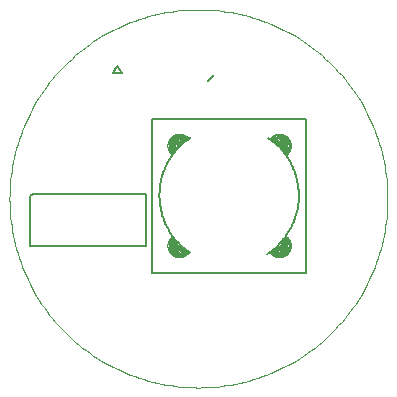
<source format=gbo>
G75*
%MOIN*%
%OFA0B0*%
%FSLAX25Y25*%
%IPPOS*%
%LPD*%
%AMOC8*
5,1,8,0,0,1.08239X$1,22.5*
%
%ADD10C,0.00004*%
%ADD11C,0.00500*%
%ADD12C,0.00800*%
%ADD13C,0.00400*%
%ADD14C,0.00600*%
D10*
X0003244Y0070252D02*
X0003263Y0071798D01*
X0003320Y0073343D01*
X0003415Y0074886D01*
X0003547Y0076426D01*
X0003718Y0077963D01*
X0003926Y0079495D01*
X0004171Y0081021D01*
X0004454Y0082541D01*
X0004775Y0084054D01*
X0005132Y0085558D01*
X0005526Y0087053D01*
X0005956Y0088538D01*
X0006423Y0090011D01*
X0006926Y0091473D01*
X0007465Y0092923D01*
X0008039Y0094358D01*
X0008648Y0095779D01*
X0009292Y0097185D01*
X0009970Y0098574D01*
X0010682Y0099946D01*
X0011427Y0101301D01*
X0012206Y0102636D01*
X0013017Y0103953D01*
X0013860Y0105248D01*
X0014735Y0106523D01*
X0015640Y0107776D01*
X0016576Y0109007D01*
X0017543Y0110214D01*
X0018538Y0111397D01*
X0019562Y0112555D01*
X0020614Y0113688D01*
X0021694Y0114794D01*
X0022800Y0115874D01*
X0023933Y0116926D01*
X0025091Y0117950D01*
X0026274Y0118945D01*
X0027481Y0119912D01*
X0028712Y0120848D01*
X0029965Y0121753D01*
X0031240Y0122628D01*
X0032535Y0123471D01*
X0033852Y0124282D01*
X0035187Y0125061D01*
X0036542Y0125806D01*
X0037914Y0126518D01*
X0039303Y0127196D01*
X0040709Y0127840D01*
X0042130Y0128449D01*
X0043565Y0129023D01*
X0045015Y0129562D01*
X0046477Y0130065D01*
X0047950Y0130532D01*
X0049435Y0130962D01*
X0050930Y0131356D01*
X0052434Y0131713D01*
X0053947Y0132034D01*
X0055467Y0132317D01*
X0056993Y0132562D01*
X0058525Y0132770D01*
X0060062Y0132941D01*
X0061602Y0133073D01*
X0063145Y0133168D01*
X0064690Y0133225D01*
X0066236Y0133244D01*
X0067782Y0133225D01*
X0069327Y0133168D01*
X0070870Y0133073D01*
X0072410Y0132941D01*
X0073947Y0132770D01*
X0075479Y0132562D01*
X0077005Y0132317D01*
X0078525Y0132034D01*
X0080038Y0131713D01*
X0081542Y0131356D01*
X0083037Y0130962D01*
X0084522Y0130532D01*
X0085995Y0130065D01*
X0087457Y0129562D01*
X0088907Y0129023D01*
X0090342Y0128449D01*
X0091763Y0127840D01*
X0093169Y0127196D01*
X0094558Y0126518D01*
X0095930Y0125806D01*
X0097285Y0125061D01*
X0098620Y0124282D01*
X0099937Y0123471D01*
X0101232Y0122628D01*
X0102507Y0121753D01*
X0103760Y0120848D01*
X0104991Y0119912D01*
X0106198Y0118945D01*
X0107381Y0117950D01*
X0108539Y0116926D01*
X0109672Y0115874D01*
X0110778Y0114794D01*
X0111858Y0113688D01*
X0112910Y0112555D01*
X0113934Y0111397D01*
X0114929Y0110214D01*
X0115896Y0109007D01*
X0116832Y0107776D01*
X0117737Y0106523D01*
X0118612Y0105248D01*
X0119455Y0103953D01*
X0120266Y0102636D01*
X0121045Y0101301D01*
X0121790Y0099946D01*
X0122502Y0098574D01*
X0123180Y0097185D01*
X0123824Y0095779D01*
X0124433Y0094358D01*
X0125007Y0092923D01*
X0125546Y0091473D01*
X0126049Y0090011D01*
X0126516Y0088538D01*
X0126946Y0087053D01*
X0127340Y0085558D01*
X0127697Y0084054D01*
X0128018Y0082541D01*
X0128301Y0081021D01*
X0128546Y0079495D01*
X0128754Y0077963D01*
X0128925Y0076426D01*
X0129057Y0074886D01*
X0129152Y0073343D01*
X0129209Y0071798D01*
X0129228Y0070252D01*
X0129209Y0068706D01*
X0129152Y0067161D01*
X0129057Y0065618D01*
X0128925Y0064078D01*
X0128754Y0062541D01*
X0128546Y0061009D01*
X0128301Y0059483D01*
X0128018Y0057963D01*
X0127697Y0056450D01*
X0127340Y0054946D01*
X0126946Y0053451D01*
X0126516Y0051966D01*
X0126049Y0050493D01*
X0125546Y0049031D01*
X0125007Y0047581D01*
X0124433Y0046146D01*
X0123824Y0044725D01*
X0123180Y0043319D01*
X0122502Y0041930D01*
X0121790Y0040558D01*
X0121045Y0039203D01*
X0120266Y0037868D01*
X0119455Y0036551D01*
X0118612Y0035256D01*
X0117737Y0033981D01*
X0116832Y0032728D01*
X0115896Y0031497D01*
X0114929Y0030290D01*
X0113934Y0029107D01*
X0112910Y0027949D01*
X0111858Y0026816D01*
X0110778Y0025710D01*
X0109672Y0024630D01*
X0108539Y0023578D01*
X0107381Y0022554D01*
X0106198Y0021559D01*
X0104991Y0020592D01*
X0103760Y0019656D01*
X0102507Y0018751D01*
X0101232Y0017876D01*
X0099937Y0017033D01*
X0098620Y0016222D01*
X0097285Y0015443D01*
X0095930Y0014698D01*
X0094558Y0013986D01*
X0093169Y0013308D01*
X0091763Y0012664D01*
X0090342Y0012055D01*
X0088907Y0011481D01*
X0087457Y0010942D01*
X0085995Y0010439D01*
X0084522Y0009972D01*
X0083037Y0009542D01*
X0081542Y0009148D01*
X0080038Y0008791D01*
X0078525Y0008470D01*
X0077005Y0008187D01*
X0075479Y0007942D01*
X0073947Y0007734D01*
X0072410Y0007563D01*
X0070870Y0007431D01*
X0069327Y0007336D01*
X0067782Y0007279D01*
X0066236Y0007260D01*
X0064690Y0007279D01*
X0063145Y0007336D01*
X0061602Y0007431D01*
X0060062Y0007563D01*
X0058525Y0007734D01*
X0056993Y0007942D01*
X0055467Y0008187D01*
X0053947Y0008470D01*
X0052434Y0008791D01*
X0050930Y0009148D01*
X0049435Y0009542D01*
X0047950Y0009972D01*
X0046477Y0010439D01*
X0045015Y0010942D01*
X0043565Y0011481D01*
X0042130Y0012055D01*
X0040709Y0012664D01*
X0039303Y0013308D01*
X0037914Y0013986D01*
X0036542Y0014698D01*
X0035187Y0015443D01*
X0033852Y0016222D01*
X0032535Y0017033D01*
X0031240Y0017876D01*
X0029965Y0018751D01*
X0028712Y0019656D01*
X0027481Y0020592D01*
X0026274Y0021559D01*
X0025091Y0022554D01*
X0023933Y0023578D01*
X0022800Y0024630D01*
X0021694Y0025710D01*
X0020614Y0026816D01*
X0019562Y0027949D01*
X0018538Y0029107D01*
X0017543Y0030290D01*
X0016576Y0031497D01*
X0015640Y0032728D01*
X0014735Y0033981D01*
X0013860Y0035256D01*
X0013017Y0036551D01*
X0012206Y0037868D01*
X0011427Y0039203D01*
X0010682Y0040558D01*
X0009970Y0041930D01*
X0009292Y0043319D01*
X0008648Y0044725D01*
X0008039Y0046146D01*
X0007465Y0047581D01*
X0006926Y0049031D01*
X0006423Y0050493D01*
X0005956Y0051966D01*
X0005526Y0053451D01*
X0005132Y0054946D01*
X0004775Y0056450D01*
X0004454Y0057963D01*
X0004171Y0059483D01*
X0003926Y0061009D01*
X0003718Y0062541D01*
X0003547Y0064078D01*
X0003415Y0065618D01*
X0003320Y0067161D01*
X0003263Y0068706D01*
X0003244Y0070252D01*
D11*
X0010232Y0054583D02*
X0048815Y0054583D01*
X0048815Y0071906D01*
X0011020Y0071906D01*
X0010232Y0071118D01*
X0010232Y0054583D01*
D12*
X0050882Y0045587D02*
X0050882Y0096866D01*
X0102063Y0096866D01*
X0102063Y0045587D01*
X0050882Y0045587D01*
X0089169Y0051788D02*
X0089636Y0052102D01*
X0090097Y0052426D01*
X0090549Y0052762D01*
X0090992Y0053109D01*
X0091428Y0053466D01*
X0091854Y0053834D01*
X0092272Y0054212D01*
X0092680Y0054600D01*
X0093078Y0054998D01*
X0093467Y0055405D01*
X0093846Y0055822D01*
X0094215Y0056248D01*
X0094573Y0056682D01*
X0094921Y0057126D01*
X0095257Y0057577D01*
X0095583Y0058036D01*
X0095897Y0058504D01*
X0096200Y0058978D01*
X0096492Y0059460D01*
X0096772Y0059949D01*
X0097039Y0060444D01*
X0097295Y0060946D01*
X0097538Y0061454D01*
X0097769Y0061968D01*
X0097988Y0062487D01*
X0098194Y0063011D01*
X0098387Y0063540D01*
X0098567Y0064073D01*
X0098734Y0064611D01*
X0098888Y0065153D01*
X0099029Y0065698D01*
X0099157Y0066247D01*
X0099272Y0066798D01*
X0099372Y0067352D01*
X0099460Y0067908D01*
X0099534Y0068467D01*
X0099594Y0069027D01*
X0099641Y0069588D01*
X0099674Y0070150D01*
X0099694Y0070713D01*
X0099700Y0071276D01*
X0099692Y0071846D01*
X0099671Y0072415D01*
X0099635Y0072983D01*
X0099585Y0073551D01*
X0099522Y0074117D01*
X0099445Y0074681D01*
X0099353Y0075244D01*
X0099248Y0075804D01*
X0099130Y0076361D01*
X0098998Y0076915D01*
X0098852Y0077466D01*
X0098693Y0078013D01*
X0098520Y0078556D01*
X0098334Y0079094D01*
X0098135Y0079628D01*
X0097923Y0080157D01*
X0097698Y0080680D01*
X0097460Y0081198D01*
X0097210Y0081709D01*
X0096947Y0082215D01*
X0096672Y0082714D01*
X0096385Y0083206D01*
X0096085Y0083690D01*
X0095774Y0084167D01*
X0095452Y0084637D01*
X0095117Y0085098D01*
X0094772Y0085551D01*
X0094416Y0085996D01*
X0094049Y0086432D01*
X0093671Y0086858D01*
X0093283Y0087275D01*
X0092885Y0087683D01*
X0092477Y0088080D01*
X0092059Y0088468D01*
X0091632Y0088845D01*
X0091196Y0089211D01*
X0090751Y0089567D01*
X0090297Y0089911D01*
X0089835Y0090245D01*
X0089365Y0090567D01*
X0063775Y0090764D02*
X0063308Y0090450D01*
X0062847Y0090126D01*
X0062395Y0089790D01*
X0061952Y0089443D01*
X0061516Y0089086D01*
X0061090Y0088718D01*
X0060672Y0088340D01*
X0060264Y0087952D01*
X0059866Y0087554D01*
X0059477Y0087147D01*
X0059098Y0086730D01*
X0058729Y0086304D01*
X0058371Y0085870D01*
X0058023Y0085426D01*
X0057687Y0084975D01*
X0057361Y0084516D01*
X0057047Y0084048D01*
X0056744Y0083574D01*
X0056452Y0083092D01*
X0056172Y0082603D01*
X0055905Y0082108D01*
X0055649Y0081606D01*
X0055406Y0081098D01*
X0055175Y0080584D01*
X0054956Y0080065D01*
X0054750Y0079541D01*
X0054557Y0079012D01*
X0054377Y0078479D01*
X0054210Y0077941D01*
X0054056Y0077399D01*
X0053915Y0076854D01*
X0053787Y0076305D01*
X0053672Y0075754D01*
X0053572Y0075200D01*
X0053484Y0074644D01*
X0053410Y0074085D01*
X0053350Y0073525D01*
X0053303Y0072964D01*
X0053270Y0072402D01*
X0053250Y0071839D01*
X0053244Y0071276D01*
X0053244Y0071275D02*
X0053252Y0070705D01*
X0053273Y0070136D01*
X0053309Y0069568D01*
X0053359Y0069000D01*
X0053422Y0068434D01*
X0053499Y0067870D01*
X0053591Y0067307D01*
X0053696Y0066747D01*
X0053814Y0066190D01*
X0053946Y0065636D01*
X0054092Y0065085D01*
X0054251Y0064538D01*
X0054424Y0063995D01*
X0054610Y0063457D01*
X0054809Y0062923D01*
X0055021Y0062394D01*
X0055246Y0061871D01*
X0055484Y0061353D01*
X0055734Y0060842D01*
X0055997Y0060336D01*
X0056272Y0059837D01*
X0056559Y0059345D01*
X0056859Y0058861D01*
X0057170Y0058384D01*
X0057492Y0057914D01*
X0057827Y0057453D01*
X0058172Y0057000D01*
X0058528Y0056555D01*
X0058895Y0056119D01*
X0059273Y0055693D01*
X0059661Y0055276D01*
X0060059Y0054868D01*
X0060467Y0054471D01*
X0060885Y0054083D01*
X0061312Y0053706D01*
X0061748Y0053340D01*
X0062193Y0052984D01*
X0062647Y0052640D01*
X0063109Y0052306D01*
X0063579Y0051984D01*
X0069406Y0109484D02*
X0071374Y0111453D01*
D13*
X0062982Y0090227D02*
X0059908Y0088244D01*
X0059908Y0088245D02*
X0059876Y0088254D01*
X0059843Y0088261D01*
X0059809Y0088263D01*
X0059775Y0088262D01*
X0059741Y0088256D01*
X0059708Y0088248D01*
X0059677Y0088235D01*
X0059647Y0088220D01*
X0059619Y0088200D01*
X0059593Y0088178D01*
X0059570Y0088154D01*
X0059549Y0088127D01*
X0059532Y0088097D01*
X0059518Y0088066D01*
X0059508Y0088034D01*
X0059501Y0088001D01*
X0059498Y0087967D01*
X0059499Y0087933D01*
X0059503Y0087899D01*
X0059512Y0087866D01*
X0057386Y0084891D01*
X0057385Y0084890D01*
X0057289Y0084968D01*
X0057196Y0085050D01*
X0057105Y0085134D01*
X0057017Y0085221D01*
X0056931Y0085310D01*
X0056849Y0085403D01*
X0056769Y0085498D01*
X0056693Y0085595D01*
X0056620Y0085695D01*
X0056550Y0085797D01*
X0056483Y0085901D01*
X0056419Y0086008D01*
X0056359Y0086116D01*
X0056302Y0086226D01*
X0056249Y0086338D01*
X0056200Y0086451D01*
X0056154Y0086566D01*
X0056112Y0086683D01*
X0056073Y0086801D01*
X0056038Y0086919D01*
X0056007Y0087039D01*
X0055980Y0087160D01*
X0055957Y0087282D01*
X0055937Y0087404D01*
X0055922Y0087527D01*
X0055910Y0087650D01*
X0055902Y0087774D01*
X0055898Y0087898D01*
X0055899Y0088021D01*
X0055903Y0088145D01*
X0055910Y0088269D01*
X0055922Y0088392D01*
X0055938Y0088515D01*
X0055958Y0088637D01*
X0055981Y0088759D01*
X0056009Y0088880D01*
X0056040Y0088999D01*
X0056075Y0089118D01*
X0056113Y0089236D01*
X0056156Y0089352D01*
X0056202Y0089467D01*
X0056251Y0089581D01*
X0056305Y0089692D01*
X0056361Y0089803D01*
X0056422Y0089911D01*
X0056485Y0090017D01*
X0056552Y0090121D01*
X0056623Y0090223D01*
X0056696Y0090323D01*
X0056773Y0090420D01*
X0056852Y0090515D01*
X0056935Y0090607D01*
X0057020Y0090697D01*
X0057108Y0090784D01*
X0057199Y0090868D01*
X0057293Y0090949D01*
X0057389Y0091027D01*
X0057488Y0091102D01*
X0057589Y0091174D01*
X0057692Y0091243D01*
X0057797Y0091308D01*
X0057904Y0091370D01*
X0058013Y0091428D01*
X0058124Y0091483D01*
X0058237Y0091535D01*
X0058351Y0091583D01*
X0058467Y0091627D01*
X0058584Y0091667D01*
X0058702Y0091704D01*
X0058821Y0091737D01*
X0058942Y0091767D01*
X0059063Y0091792D01*
X0059185Y0091814D01*
X0059307Y0091831D01*
X0059430Y0091845D01*
X0059554Y0091855D01*
X0059678Y0091861D01*
X0059801Y0091863D01*
X0059925Y0091861D01*
X0060049Y0091855D01*
X0060172Y0091846D01*
X0060295Y0091832D01*
X0060418Y0091814D01*
X0060540Y0091793D01*
X0060661Y0091768D01*
X0060782Y0091739D01*
X0060901Y0091706D01*
X0061019Y0091669D01*
X0061136Y0091629D01*
X0061252Y0091585D01*
X0061366Y0091537D01*
X0061479Y0091486D01*
X0061590Y0091431D01*
X0061699Y0091372D01*
X0061807Y0091311D01*
X0061912Y0091245D01*
X0062015Y0091177D01*
X0062116Y0091105D01*
X0062215Y0091030D01*
X0062311Y0090952D01*
X0062405Y0090871D01*
X0062496Y0090787D01*
X0062584Y0090701D01*
X0062670Y0090611D01*
X0062752Y0090519D01*
X0062832Y0090424D01*
X0062909Y0090327D01*
X0062982Y0090227D01*
X0062663Y0090023D01*
X0062592Y0090117D01*
X0062518Y0090209D01*
X0062441Y0090299D01*
X0062361Y0090386D01*
X0062279Y0090470D01*
X0062193Y0090551D01*
X0062105Y0090630D01*
X0062014Y0090705D01*
X0061921Y0090778D01*
X0061826Y0090847D01*
X0061728Y0090913D01*
X0061628Y0090976D01*
X0061526Y0091035D01*
X0061422Y0091091D01*
X0061316Y0091143D01*
X0061209Y0091192D01*
X0061100Y0091237D01*
X0060989Y0091279D01*
X0060877Y0091317D01*
X0060764Y0091351D01*
X0060650Y0091381D01*
X0060535Y0091407D01*
X0060419Y0091430D01*
X0060303Y0091449D01*
X0060186Y0091463D01*
X0060068Y0091474D01*
X0059950Y0091481D01*
X0059832Y0091484D01*
X0059714Y0091483D01*
X0059596Y0091478D01*
X0059479Y0091469D01*
X0059361Y0091456D01*
X0059245Y0091439D01*
X0059128Y0091419D01*
X0059013Y0091394D01*
X0058898Y0091366D01*
X0058785Y0091334D01*
X0058672Y0091298D01*
X0058561Y0091258D01*
X0058452Y0091214D01*
X0058343Y0091167D01*
X0058237Y0091117D01*
X0058132Y0091062D01*
X0058029Y0091005D01*
X0057928Y0090944D01*
X0057829Y0090879D01*
X0057732Y0090812D01*
X0057638Y0090741D01*
X0057546Y0090667D01*
X0057457Y0090590D01*
X0057370Y0090510D01*
X0057286Y0090427D01*
X0057205Y0090341D01*
X0057126Y0090253D01*
X0057051Y0090162D01*
X0056979Y0090069D01*
X0056910Y0089973D01*
X0056844Y0089875D01*
X0056782Y0089775D01*
X0056722Y0089673D01*
X0056667Y0089569D01*
X0056615Y0089463D01*
X0056566Y0089355D01*
X0056521Y0089246D01*
X0056480Y0089135D01*
X0056442Y0089024D01*
X0056408Y0088910D01*
X0056378Y0088796D01*
X0056352Y0088681D01*
X0056330Y0088565D01*
X0056311Y0088449D01*
X0056297Y0088332D01*
X0056286Y0088214D01*
X0056280Y0088096D01*
X0056277Y0087978D01*
X0056278Y0087860D01*
X0056284Y0087742D01*
X0056293Y0087625D01*
X0056306Y0087507D01*
X0056323Y0087391D01*
X0056344Y0087274D01*
X0056368Y0087159D01*
X0056397Y0087045D01*
X0056429Y0086931D01*
X0056466Y0086819D01*
X0056506Y0086708D01*
X0056549Y0086598D01*
X0056597Y0086490D01*
X0056647Y0086383D01*
X0056702Y0086279D01*
X0056760Y0086176D01*
X0056821Y0086075D01*
X0056886Y0085976D01*
X0056954Y0085880D01*
X0057025Y0085786D01*
X0057099Y0085694D01*
X0057176Y0085605D01*
X0057256Y0085518D01*
X0057339Y0085434D01*
X0057425Y0085353D01*
X0057514Y0085275D01*
X0057605Y0085200D01*
X0057824Y0085509D01*
X0057739Y0085581D01*
X0057656Y0085656D01*
X0057576Y0085733D01*
X0057499Y0085813D01*
X0057424Y0085896D01*
X0057353Y0085982D01*
X0057284Y0086070D01*
X0057219Y0086160D01*
X0057157Y0086253D01*
X0057098Y0086348D01*
X0057043Y0086445D01*
X0056991Y0086543D01*
X0056943Y0086644D01*
X0056898Y0086746D01*
X0056857Y0086850D01*
X0056820Y0086955D01*
X0056786Y0087061D01*
X0056756Y0087168D01*
X0056730Y0087277D01*
X0056708Y0087386D01*
X0056690Y0087496D01*
X0056676Y0087607D01*
X0056665Y0087717D01*
X0056659Y0087829D01*
X0056656Y0087940D01*
X0056657Y0088052D01*
X0056663Y0088163D01*
X0056672Y0088274D01*
X0056685Y0088385D01*
X0056702Y0088495D01*
X0056723Y0088604D01*
X0056748Y0088713D01*
X0056777Y0088821D01*
X0056809Y0088927D01*
X0056846Y0089033D01*
X0056886Y0089137D01*
X0056929Y0089240D01*
X0056976Y0089341D01*
X0057027Y0089440D01*
X0057081Y0089537D01*
X0057139Y0089633D01*
X0057200Y0089726D01*
X0057264Y0089817D01*
X0057332Y0089906D01*
X0057402Y0089992D01*
X0057476Y0090076D01*
X0057552Y0090157D01*
X0057632Y0090235D01*
X0057714Y0090311D01*
X0057798Y0090383D01*
X0057885Y0090453D01*
X0057975Y0090519D01*
X0058067Y0090582D01*
X0058161Y0090642D01*
X0058257Y0090699D01*
X0058355Y0090752D01*
X0058455Y0090801D01*
X0058556Y0090847D01*
X0058660Y0090890D01*
X0058764Y0090928D01*
X0058870Y0090963D01*
X0058977Y0090994D01*
X0059085Y0091022D01*
X0059194Y0091045D01*
X0059304Y0091065D01*
X0059414Y0091081D01*
X0059525Y0091093D01*
X0059636Y0091101D01*
X0059747Y0091104D01*
X0059859Y0091105D01*
X0059970Y0091101D01*
X0060082Y0091093D01*
X0060192Y0091081D01*
X0060303Y0091065D01*
X0060412Y0091046D01*
X0060521Y0091022D01*
X0060630Y0090995D01*
X0060737Y0090964D01*
X0060842Y0090929D01*
X0060947Y0090890D01*
X0061050Y0090848D01*
X0061152Y0090802D01*
X0061252Y0090752D01*
X0061350Y0090699D01*
X0061446Y0090643D01*
X0061540Y0090583D01*
X0061632Y0090520D01*
X0061721Y0090454D01*
X0061809Y0090384D01*
X0061893Y0090312D01*
X0061975Y0090236D01*
X0062055Y0090158D01*
X0062131Y0090077D01*
X0062205Y0089993D01*
X0062275Y0089907D01*
X0062343Y0089818D01*
X0062023Y0089614D01*
X0061959Y0089696D01*
X0061892Y0089775D01*
X0061822Y0089853D01*
X0061750Y0089927D01*
X0061674Y0089999D01*
X0061596Y0090068D01*
X0061516Y0090134D01*
X0061433Y0090196D01*
X0061347Y0090256D01*
X0061260Y0090312D01*
X0061171Y0090365D01*
X0061079Y0090415D01*
X0060986Y0090461D01*
X0060891Y0090504D01*
X0060794Y0090543D01*
X0060697Y0090578D01*
X0060597Y0090610D01*
X0060497Y0090638D01*
X0060396Y0090662D01*
X0060294Y0090682D01*
X0060191Y0090699D01*
X0060088Y0090711D01*
X0059984Y0090720D01*
X0059880Y0090725D01*
X0059776Y0090726D01*
X0059672Y0090723D01*
X0059568Y0090716D01*
X0059465Y0090705D01*
X0059362Y0090690D01*
X0059260Y0090672D01*
X0059158Y0090650D01*
X0059057Y0090623D01*
X0058958Y0090593D01*
X0058859Y0090560D01*
X0058762Y0090522D01*
X0058666Y0090481D01*
X0058572Y0090437D01*
X0058480Y0090389D01*
X0058390Y0090337D01*
X0058301Y0090283D01*
X0058215Y0090225D01*
X0058131Y0090163D01*
X0058049Y0090099D01*
X0057970Y0090031D01*
X0057893Y0089961D01*
X0057819Y0089888D01*
X0057748Y0089812D01*
X0057680Y0089733D01*
X0057615Y0089652D01*
X0057552Y0089569D01*
X0057493Y0089483D01*
X0057438Y0089395D01*
X0057385Y0089305D01*
X0057336Y0089213D01*
X0057291Y0089120D01*
X0057249Y0089025D01*
X0057211Y0088928D01*
X0057176Y0088830D01*
X0057145Y0088730D01*
X0057118Y0088630D01*
X0057095Y0088528D01*
X0057075Y0088426D01*
X0057059Y0088323D01*
X0057048Y0088220D01*
X0057040Y0088116D01*
X0057036Y0088012D01*
X0057035Y0087908D01*
X0057039Y0087804D01*
X0057047Y0087700D01*
X0057058Y0087597D01*
X0057074Y0087494D01*
X0057093Y0087392D01*
X0057116Y0087290D01*
X0057143Y0087190D01*
X0057174Y0087091D01*
X0057208Y0086992D01*
X0057247Y0086896D01*
X0057288Y0086800D01*
X0057333Y0086706D01*
X0057382Y0086615D01*
X0057434Y0086524D01*
X0057490Y0086436D01*
X0057549Y0086351D01*
X0057611Y0086267D01*
X0057676Y0086186D01*
X0057744Y0086107D01*
X0057815Y0086031D01*
X0057888Y0085958D01*
X0057965Y0085887D01*
X0058044Y0085819D01*
X0058264Y0086129D01*
X0058191Y0086193D01*
X0058121Y0086260D01*
X0058054Y0086329D01*
X0057989Y0086402D01*
X0057928Y0086476D01*
X0057870Y0086553D01*
X0057814Y0086633D01*
X0057762Y0086714D01*
X0057714Y0086798D01*
X0057669Y0086884D01*
X0057627Y0086971D01*
X0057589Y0087060D01*
X0057554Y0087150D01*
X0057523Y0087242D01*
X0057496Y0087335D01*
X0057473Y0087429D01*
X0057454Y0087523D01*
X0057438Y0087619D01*
X0057426Y0087715D01*
X0057418Y0087811D01*
X0057415Y0087908D01*
X0057414Y0088005D01*
X0057418Y0088101D01*
X0057426Y0088198D01*
X0057438Y0088294D01*
X0057453Y0088389D01*
X0057473Y0088484D01*
X0057496Y0088578D01*
X0057523Y0088671D01*
X0057554Y0088762D01*
X0057588Y0088853D01*
X0057626Y0088942D01*
X0057668Y0089029D01*
X0057713Y0089115D01*
X0057762Y0089198D01*
X0057813Y0089280D01*
X0057869Y0089359D01*
X0057927Y0089436D01*
X0057988Y0089511D01*
X0058053Y0089583D01*
X0058120Y0089653D01*
X0058190Y0089720D01*
X0058263Y0089784D01*
X0058338Y0089844D01*
X0058415Y0089902D01*
X0058495Y0089957D01*
X0058577Y0090008D01*
X0058661Y0090056D01*
X0058747Y0090101D01*
X0058835Y0090142D01*
X0058924Y0090179D01*
X0059015Y0090213D01*
X0059106Y0090243D01*
X0059200Y0090269D01*
X0059294Y0090292D01*
X0059388Y0090311D01*
X0059484Y0090325D01*
X0059580Y0090336D01*
X0059677Y0090344D01*
X0059773Y0090347D01*
X0059870Y0090346D01*
X0059967Y0090341D01*
X0060063Y0090333D01*
X0060159Y0090321D01*
X0060254Y0090304D01*
X0060349Y0090284D01*
X0060443Y0090260D01*
X0060535Y0090232D01*
X0060627Y0090201D01*
X0060717Y0090166D01*
X0060805Y0090127D01*
X0060892Y0090085D01*
X0060978Y0090039D01*
X0061061Y0089990D01*
X0061142Y0089937D01*
X0061221Y0089882D01*
X0061298Y0089823D01*
X0061372Y0089761D01*
X0061444Y0089696D01*
X0061513Y0089628D01*
X0061579Y0089557D01*
X0061642Y0089484D01*
X0061703Y0089409D01*
X0061382Y0089203D01*
X0061325Y0089272D01*
X0061265Y0089338D01*
X0061203Y0089402D01*
X0061137Y0089463D01*
X0061069Y0089520D01*
X0060999Y0089575D01*
X0060926Y0089626D01*
X0060851Y0089674D01*
X0060773Y0089719D01*
X0060694Y0089760D01*
X0060613Y0089798D01*
X0060531Y0089832D01*
X0060447Y0089862D01*
X0060362Y0089889D01*
X0060276Y0089912D01*
X0060188Y0089931D01*
X0060100Y0089946D01*
X0060012Y0089957D01*
X0059923Y0089964D01*
X0059834Y0089968D01*
X0059745Y0089967D01*
X0059656Y0089963D01*
X0059567Y0089954D01*
X0059478Y0089941D01*
X0059391Y0089925D01*
X0059304Y0089905D01*
X0059218Y0089881D01*
X0059133Y0089853D01*
X0059050Y0089821D01*
X0058968Y0089786D01*
X0058887Y0089747D01*
X0058809Y0089705D01*
X0058732Y0089659D01*
X0058658Y0089610D01*
X0058586Y0089557D01*
X0058516Y0089501D01*
X0058449Y0089443D01*
X0058384Y0089381D01*
X0058322Y0089317D01*
X0058264Y0089250D01*
X0058208Y0089180D01*
X0058155Y0089108D01*
X0058106Y0089034D01*
X0058060Y0088958D01*
X0058017Y0088879D01*
X0057978Y0088799D01*
X0057942Y0088717D01*
X0057910Y0088634D01*
X0057882Y0088549D01*
X0057858Y0088463D01*
X0057837Y0088377D01*
X0057821Y0088289D01*
X0057808Y0088201D01*
X0057799Y0088112D01*
X0057794Y0088023D01*
X0057793Y0087933D01*
X0057796Y0087844D01*
X0057803Y0087755D01*
X0057814Y0087667D01*
X0057829Y0087579D01*
X0057848Y0087492D01*
X0057870Y0087405D01*
X0057897Y0087320D01*
X0057927Y0087236D01*
X0057960Y0087154D01*
X0057998Y0087073D01*
X0058039Y0086993D01*
X0058083Y0086916D01*
X0058131Y0086841D01*
X0058182Y0086768D01*
X0058237Y0086697D01*
X0058294Y0086629D01*
X0058355Y0086563D01*
X0058418Y0086500D01*
X0058484Y0086440D01*
X0058705Y0086751D01*
X0058647Y0086806D01*
X0058592Y0086864D01*
X0058540Y0086925D01*
X0058491Y0086988D01*
X0058445Y0087053D01*
X0058402Y0087121D01*
X0058363Y0087191D01*
X0058327Y0087262D01*
X0058295Y0087335D01*
X0058266Y0087410D01*
X0058241Y0087486D01*
X0058220Y0087563D01*
X0058203Y0087641D01*
X0058189Y0087720D01*
X0058180Y0087799D01*
X0058174Y0087879D01*
X0058172Y0087959D01*
X0058174Y0088039D01*
X0058180Y0088118D01*
X0058190Y0088198D01*
X0058204Y0088276D01*
X0058221Y0088354D01*
X0058242Y0088431D01*
X0058268Y0088507D01*
X0058296Y0088582D01*
X0058329Y0088655D01*
X0058365Y0088726D01*
X0058404Y0088796D01*
X0058447Y0088863D01*
X0058493Y0088929D01*
X0058542Y0088992D01*
X0058594Y0089052D01*
X0058649Y0089110D01*
X0058707Y0089165D01*
X0058767Y0089218D01*
X0058830Y0089267D01*
X0058896Y0089313D01*
X0058963Y0089356D01*
X0059033Y0089395D01*
X0059104Y0089431D01*
X0059177Y0089464D01*
X0059252Y0089493D01*
X0059327Y0089518D01*
X0059404Y0089539D01*
X0059482Y0089557D01*
X0059561Y0089571D01*
X0059640Y0089581D01*
X0059720Y0089587D01*
X0059800Y0089589D01*
X0059880Y0089587D01*
X0059960Y0089582D01*
X0060039Y0089572D01*
X0060118Y0089559D01*
X0060196Y0089541D01*
X0060273Y0089520D01*
X0060349Y0089495D01*
X0060424Y0089467D01*
X0060497Y0089435D01*
X0060568Y0089399D01*
X0060638Y0089360D01*
X0060706Y0089317D01*
X0060771Y0089272D01*
X0060834Y0089223D01*
X0060895Y0089171D01*
X0060953Y0089116D01*
X0061009Y0089058D01*
X0061061Y0088998D01*
X0060739Y0088791D01*
X0060691Y0088842D01*
X0060641Y0088889D01*
X0060588Y0088934D01*
X0060533Y0088976D01*
X0060476Y0089015D01*
X0060416Y0089050D01*
X0060355Y0089083D01*
X0060292Y0089111D01*
X0060227Y0089136D01*
X0060161Y0089158D01*
X0060094Y0089176D01*
X0060026Y0089190D01*
X0059958Y0089201D01*
X0059889Y0089207D01*
X0059820Y0089210D01*
X0059750Y0089209D01*
X0059681Y0089204D01*
X0059613Y0089195D01*
X0059544Y0089183D01*
X0059477Y0089167D01*
X0059411Y0089147D01*
X0059346Y0089123D01*
X0059282Y0089096D01*
X0059220Y0089065D01*
X0059159Y0089031D01*
X0059101Y0088994D01*
X0059045Y0088954D01*
X0058991Y0088910D01*
X0058939Y0088864D01*
X0058891Y0088815D01*
X0058844Y0088763D01*
X0058801Y0088709D01*
X0058761Y0088652D01*
X0058725Y0088593D01*
X0058691Y0088533D01*
X0058661Y0088470D01*
X0058634Y0088406D01*
X0058611Y0088341D01*
X0058592Y0088274D01*
X0058576Y0088207D01*
X0058564Y0088139D01*
X0058556Y0088070D01*
X0058552Y0088001D01*
X0058551Y0087931D01*
X0058555Y0087862D01*
X0058562Y0087793D01*
X0058573Y0087725D01*
X0058587Y0087657D01*
X0058606Y0087590D01*
X0058628Y0087525D01*
X0058654Y0087460D01*
X0058683Y0087398D01*
X0058715Y0087337D01*
X0058751Y0087277D01*
X0058791Y0087220D01*
X0058833Y0087165D01*
X0058878Y0087113D01*
X0058926Y0087063D01*
X0059150Y0087377D01*
X0059113Y0087422D01*
X0059079Y0087469D01*
X0059048Y0087519D01*
X0059020Y0087570D01*
X0058996Y0087623D01*
X0058976Y0087678D01*
X0058959Y0087734D01*
X0058946Y0087791D01*
X0058937Y0087848D01*
X0058931Y0087906D01*
X0058930Y0087964D01*
X0058932Y0088023D01*
X0058939Y0088081D01*
X0058949Y0088138D01*
X0058963Y0088195D01*
X0058981Y0088250D01*
X0059002Y0088304D01*
X0059027Y0088357D01*
X0059055Y0088408D01*
X0059087Y0088457D01*
X0059122Y0088504D01*
X0059160Y0088548D01*
X0059201Y0088590D01*
X0059244Y0088628D01*
X0059290Y0088664D01*
X0059339Y0088697D01*
X0059389Y0088726D01*
X0059441Y0088752D01*
X0059495Y0088775D01*
X0059550Y0088793D01*
X0059607Y0088808D01*
X0059664Y0088820D01*
X0059722Y0088827D01*
X0059780Y0088831D01*
X0059838Y0088830D01*
X0059896Y0088826D01*
X0059954Y0088818D01*
X0060011Y0088806D01*
X0060067Y0088790D01*
X0060122Y0088771D01*
X0060176Y0088748D01*
X0060228Y0088721D01*
X0060278Y0088692D01*
X0060326Y0088658D01*
X0060371Y0088622D01*
X0060414Y0088583D01*
X0060083Y0088366D01*
X0060046Y0088389D01*
X0060007Y0088409D01*
X0059967Y0088425D01*
X0059925Y0088437D01*
X0059882Y0088446D01*
X0059839Y0088451D01*
X0059796Y0088452D01*
X0059753Y0088449D01*
X0059710Y0088443D01*
X0059668Y0088433D01*
X0059626Y0088419D01*
X0059587Y0088402D01*
X0059548Y0088381D01*
X0059512Y0088357D01*
X0059478Y0088330D01*
X0059447Y0088300D01*
X0059418Y0088267D01*
X0059393Y0088232D01*
X0059370Y0088195D01*
X0059351Y0088156D01*
X0059335Y0088116D01*
X0059323Y0088074D01*
X0059315Y0088032D01*
X0059310Y0087989D01*
X0059309Y0087945D01*
X0059312Y0087902D01*
X0059319Y0087859D01*
X0059329Y0087817D01*
X0059343Y0087776D01*
X0059361Y0087736D01*
X0059382Y0087698D01*
X0057521Y0057785D02*
X0059504Y0054711D01*
X0059503Y0054711D02*
X0059494Y0054679D01*
X0059487Y0054646D01*
X0059485Y0054612D01*
X0059486Y0054578D01*
X0059492Y0054544D01*
X0059500Y0054511D01*
X0059513Y0054480D01*
X0059528Y0054450D01*
X0059548Y0054422D01*
X0059570Y0054396D01*
X0059594Y0054373D01*
X0059621Y0054352D01*
X0059651Y0054335D01*
X0059682Y0054321D01*
X0059714Y0054311D01*
X0059747Y0054304D01*
X0059781Y0054301D01*
X0059815Y0054302D01*
X0059849Y0054306D01*
X0059882Y0054315D01*
X0062857Y0052189D01*
X0062858Y0052188D01*
X0062780Y0052092D01*
X0062698Y0051999D01*
X0062614Y0051908D01*
X0062527Y0051820D01*
X0062438Y0051734D01*
X0062345Y0051652D01*
X0062250Y0051572D01*
X0062153Y0051496D01*
X0062053Y0051423D01*
X0061951Y0051353D01*
X0061847Y0051286D01*
X0061740Y0051222D01*
X0061632Y0051162D01*
X0061522Y0051105D01*
X0061410Y0051052D01*
X0061297Y0051003D01*
X0061182Y0050957D01*
X0061065Y0050915D01*
X0060947Y0050876D01*
X0060829Y0050841D01*
X0060709Y0050810D01*
X0060588Y0050783D01*
X0060466Y0050760D01*
X0060344Y0050740D01*
X0060221Y0050725D01*
X0060098Y0050713D01*
X0059974Y0050705D01*
X0059850Y0050701D01*
X0059727Y0050702D01*
X0059603Y0050706D01*
X0059479Y0050713D01*
X0059356Y0050725D01*
X0059233Y0050741D01*
X0059111Y0050761D01*
X0058989Y0050784D01*
X0058868Y0050812D01*
X0058749Y0050843D01*
X0058630Y0050878D01*
X0058512Y0050916D01*
X0058396Y0050959D01*
X0058281Y0051005D01*
X0058167Y0051054D01*
X0058056Y0051108D01*
X0057945Y0051164D01*
X0057837Y0051225D01*
X0057731Y0051288D01*
X0057627Y0051355D01*
X0057525Y0051426D01*
X0057425Y0051499D01*
X0057328Y0051576D01*
X0057233Y0051655D01*
X0057141Y0051738D01*
X0057051Y0051823D01*
X0056964Y0051911D01*
X0056880Y0052002D01*
X0056799Y0052096D01*
X0056721Y0052192D01*
X0056646Y0052291D01*
X0056574Y0052392D01*
X0056505Y0052495D01*
X0056440Y0052600D01*
X0056378Y0052707D01*
X0056320Y0052816D01*
X0056265Y0052927D01*
X0056213Y0053040D01*
X0056165Y0053154D01*
X0056121Y0053270D01*
X0056081Y0053387D01*
X0056044Y0053505D01*
X0056011Y0053624D01*
X0055981Y0053745D01*
X0055956Y0053866D01*
X0055934Y0053988D01*
X0055917Y0054110D01*
X0055903Y0054233D01*
X0055893Y0054357D01*
X0055887Y0054481D01*
X0055885Y0054604D01*
X0055887Y0054728D01*
X0055893Y0054852D01*
X0055902Y0054975D01*
X0055916Y0055098D01*
X0055934Y0055221D01*
X0055955Y0055343D01*
X0055980Y0055464D01*
X0056009Y0055585D01*
X0056042Y0055704D01*
X0056079Y0055822D01*
X0056119Y0055939D01*
X0056163Y0056055D01*
X0056211Y0056169D01*
X0056262Y0056282D01*
X0056317Y0056393D01*
X0056376Y0056502D01*
X0056437Y0056610D01*
X0056503Y0056715D01*
X0056571Y0056818D01*
X0056643Y0056919D01*
X0056718Y0057018D01*
X0056796Y0057114D01*
X0056877Y0057208D01*
X0056961Y0057299D01*
X0057047Y0057387D01*
X0057137Y0057473D01*
X0057229Y0057555D01*
X0057324Y0057635D01*
X0057421Y0057712D01*
X0057521Y0057785D01*
X0057725Y0057466D01*
X0057631Y0057395D01*
X0057539Y0057321D01*
X0057449Y0057244D01*
X0057362Y0057164D01*
X0057278Y0057082D01*
X0057197Y0056996D01*
X0057118Y0056908D01*
X0057043Y0056817D01*
X0056970Y0056724D01*
X0056901Y0056629D01*
X0056835Y0056531D01*
X0056772Y0056431D01*
X0056713Y0056329D01*
X0056657Y0056225D01*
X0056605Y0056119D01*
X0056556Y0056012D01*
X0056511Y0055903D01*
X0056469Y0055792D01*
X0056431Y0055680D01*
X0056397Y0055567D01*
X0056367Y0055453D01*
X0056341Y0055338D01*
X0056318Y0055222D01*
X0056299Y0055106D01*
X0056285Y0054989D01*
X0056274Y0054871D01*
X0056267Y0054753D01*
X0056264Y0054635D01*
X0056265Y0054517D01*
X0056270Y0054399D01*
X0056279Y0054282D01*
X0056292Y0054164D01*
X0056309Y0054048D01*
X0056329Y0053931D01*
X0056354Y0053816D01*
X0056382Y0053701D01*
X0056414Y0053588D01*
X0056450Y0053475D01*
X0056490Y0053364D01*
X0056534Y0053255D01*
X0056581Y0053146D01*
X0056631Y0053040D01*
X0056686Y0052935D01*
X0056743Y0052832D01*
X0056804Y0052731D01*
X0056869Y0052632D01*
X0056936Y0052535D01*
X0057007Y0052441D01*
X0057081Y0052349D01*
X0057158Y0052260D01*
X0057238Y0052173D01*
X0057321Y0052089D01*
X0057407Y0052008D01*
X0057495Y0051929D01*
X0057586Y0051854D01*
X0057679Y0051782D01*
X0057775Y0051713D01*
X0057873Y0051647D01*
X0057973Y0051585D01*
X0058075Y0051525D01*
X0058179Y0051470D01*
X0058285Y0051418D01*
X0058393Y0051369D01*
X0058502Y0051324D01*
X0058613Y0051283D01*
X0058724Y0051245D01*
X0058838Y0051211D01*
X0058952Y0051181D01*
X0059067Y0051155D01*
X0059183Y0051133D01*
X0059299Y0051114D01*
X0059416Y0051100D01*
X0059534Y0051089D01*
X0059652Y0051083D01*
X0059770Y0051080D01*
X0059888Y0051081D01*
X0060006Y0051087D01*
X0060123Y0051096D01*
X0060241Y0051109D01*
X0060357Y0051126D01*
X0060474Y0051147D01*
X0060589Y0051171D01*
X0060703Y0051200D01*
X0060817Y0051232D01*
X0060929Y0051269D01*
X0061040Y0051309D01*
X0061150Y0051352D01*
X0061258Y0051400D01*
X0061365Y0051450D01*
X0061469Y0051505D01*
X0061572Y0051563D01*
X0061673Y0051624D01*
X0061772Y0051689D01*
X0061868Y0051757D01*
X0061962Y0051828D01*
X0062054Y0051902D01*
X0062143Y0051979D01*
X0062230Y0052059D01*
X0062314Y0052142D01*
X0062395Y0052228D01*
X0062473Y0052317D01*
X0062548Y0052408D01*
X0062239Y0052627D01*
X0062167Y0052542D01*
X0062092Y0052459D01*
X0062015Y0052379D01*
X0061935Y0052302D01*
X0061852Y0052227D01*
X0061766Y0052156D01*
X0061678Y0052087D01*
X0061588Y0052022D01*
X0061495Y0051960D01*
X0061400Y0051901D01*
X0061303Y0051846D01*
X0061205Y0051794D01*
X0061104Y0051746D01*
X0061002Y0051701D01*
X0060898Y0051660D01*
X0060793Y0051623D01*
X0060687Y0051589D01*
X0060580Y0051559D01*
X0060471Y0051533D01*
X0060362Y0051511D01*
X0060252Y0051493D01*
X0060141Y0051479D01*
X0060031Y0051468D01*
X0059919Y0051462D01*
X0059808Y0051459D01*
X0059696Y0051460D01*
X0059585Y0051466D01*
X0059474Y0051475D01*
X0059363Y0051488D01*
X0059253Y0051505D01*
X0059144Y0051526D01*
X0059035Y0051551D01*
X0058927Y0051580D01*
X0058821Y0051612D01*
X0058715Y0051649D01*
X0058611Y0051689D01*
X0058508Y0051732D01*
X0058407Y0051779D01*
X0058308Y0051830D01*
X0058211Y0051884D01*
X0058115Y0051942D01*
X0058022Y0052003D01*
X0057931Y0052067D01*
X0057842Y0052135D01*
X0057756Y0052205D01*
X0057672Y0052279D01*
X0057591Y0052355D01*
X0057513Y0052435D01*
X0057437Y0052517D01*
X0057365Y0052601D01*
X0057295Y0052688D01*
X0057229Y0052778D01*
X0057166Y0052870D01*
X0057106Y0052964D01*
X0057049Y0053060D01*
X0056996Y0053158D01*
X0056947Y0053258D01*
X0056901Y0053359D01*
X0056858Y0053463D01*
X0056820Y0053567D01*
X0056785Y0053673D01*
X0056754Y0053780D01*
X0056726Y0053888D01*
X0056703Y0053997D01*
X0056683Y0054107D01*
X0056667Y0054217D01*
X0056655Y0054328D01*
X0056647Y0054439D01*
X0056644Y0054550D01*
X0056643Y0054662D01*
X0056647Y0054773D01*
X0056655Y0054885D01*
X0056667Y0054995D01*
X0056683Y0055106D01*
X0056702Y0055215D01*
X0056726Y0055324D01*
X0056753Y0055433D01*
X0056784Y0055540D01*
X0056819Y0055645D01*
X0056858Y0055750D01*
X0056900Y0055853D01*
X0056946Y0055955D01*
X0056996Y0056055D01*
X0057049Y0056153D01*
X0057105Y0056249D01*
X0057165Y0056343D01*
X0057228Y0056435D01*
X0057294Y0056524D01*
X0057364Y0056612D01*
X0057436Y0056696D01*
X0057512Y0056778D01*
X0057590Y0056858D01*
X0057671Y0056934D01*
X0057755Y0057008D01*
X0057841Y0057078D01*
X0057930Y0057146D01*
X0058134Y0056826D01*
X0058052Y0056762D01*
X0057973Y0056695D01*
X0057895Y0056625D01*
X0057821Y0056553D01*
X0057749Y0056477D01*
X0057680Y0056399D01*
X0057614Y0056319D01*
X0057552Y0056236D01*
X0057492Y0056150D01*
X0057436Y0056063D01*
X0057383Y0055974D01*
X0057333Y0055882D01*
X0057287Y0055789D01*
X0057244Y0055694D01*
X0057205Y0055597D01*
X0057170Y0055500D01*
X0057138Y0055400D01*
X0057110Y0055300D01*
X0057086Y0055199D01*
X0057066Y0055097D01*
X0057049Y0054994D01*
X0057037Y0054891D01*
X0057028Y0054787D01*
X0057023Y0054683D01*
X0057022Y0054579D01*
X0057025Y0054475D01*
X0057032Y0054371D01*
X0057043Y0054268D01*
X0057058Y0054165D01*
X0057076Y0054063D01*
X0057098Y0053961D01*
X0057125Y0053860D01*
X0057155Y0053761D01*
X0057188Y0053662D01*
X0057226Y0053565D01*
X0057267Y0053469D01*
X0057311Y0053375D01*
X0057359Y0053283D01*
X0057411Y0053193D01*
X0057465Y0053104D01*
X0057523Y0053018D01*
X0057585Y0052934D01*
X0057649Y0052852D01*
X0057717Y0052773D01*
X0057787Y0052696D01*
X0057860Y0052622D01*
X0057936Y0052551D01*
X0058015Y0052483D01*
X0058096Y0052418D01*
X0058179Y0052355D01*
X0058265Y0052296D01*
X0058353Y0052241D01*
X0058443Y0052188D01*
X0058535Y0052139D01*
X0058628Y0052094D01*
X0058723Y0052052D01*
X0058820Y0052014D01*
X0058918Y0051979D01*
X0059018Y0051948D01*
X0059118Y0051921D01*
X0059220Y0051898D01*
X0059322Y0051878D01*
X0059425Y0051862D01*
X0059528Y0051851D01*
X0059632Y0051843D01*
X0059736Y0051839D01*
X0059840Y0051838D01*
X0059944Y0051842D01*
X0060048Y0051850D01*
X0060151Y0051861D01*
X0060254Y0051877D01*
X0060356Y0051896D01*
X0060458Y0051919D01*
X0060558Y0051946D01*
X0060657Y0051977D01*
X0060756Y0052011D01*
X0060852Y0052050D01*
X0060948Y0052091D01*
X0061042Y0052136D01*
X0061133Y0052185D01*
X0061224Y0052237D01*
X0061312Y0052293D01*
X0061397Y0052352D01*
X0061481Y0052414D01*
X0061562Y0052479D01*
X0061641Y0052547D01*
X0061717Y0052618D01*
X0061790Y0052691D01*
X0061861Y0052768D01*
X0061929Y0052847D01*
X0061619Y0053067D01*
X0061555Y0052994D01*
X0061488Y0052924D01*
X0061419Y0052857D01*
X0061346Y0052792D01*
X0061272Y0052731D01*
X0061195Y0052673D01*
X0061115Y0052617D01*
X0061034Y0052565D01*
X0060950Y0052517D01*
X0060864Y0052472D01*
X0060777Y0052430D01*
X0060688Y0052392D01*
X0060598Y0052357D01*
X0060506Y0052326D01*
X0060413Y0052299D01*
X0060319Y0052276D01*
X0060225Y0052257D01*
X0060129Y0052241D01*
X0060033Y0052229D01*
X0059937Y0052221D01*
X0059840Y0052218D01*
X0059743Y0052217D01*
X0059647Y0052221D01*
X0059550Y0052229D01*
X0059454Y0052241D01*
X0059359Y0052256D01*
X0059264Y0052276D01*
X0059170Y0052299D01*
X0059077Y0052326D01*
X0058986Y0052357D01*
X0058895Y0052391D01*
X0058806Y0052429D01*
X0058719Y0052471D01*
X0058633Y0052516D01*
X0058550Y0052565D01*
X0058468Y0052616D01*
X0058389Y0052672D01*
X0058312Y0052730D01*
X0058237Y0052791D01*
X0058165Y0052856D01*
X0058095Y0052923D01*
X0058028Y0052993D01*
X0057964Y0053066D01*
X0057904Y0053141D01*
X0057846Y0053218D01*
X0057791Y0053298D01*
X0057740Y0053380D01*
X0057692Y0053464D01*
X0057647Y0053550D01*
X0057606Y0053638D01*
X0057569Y0053727D01*
X0057535Y0053818D01*
X0057505Y0053909D01*
X0057479Y0054003D01*
X0057456Y0054097D01*
X0057437Y0054191D01*
X0057423Y0054287D01*
X0057412Y0054383D01*
X0057404Y0054480D01*
X0057401Y0054576D01*
X0057402Y0054673D01*
X0057407Y0054770D01*
X0057415Y0054866D01*
X0057427Y0054962D01*
X0057444Y0055057D01*
X0057464Y0055152D01*
X0057488Y0055246D01*
X0057516Y0055338D01*
X0057547Y0055430D01*
X0057582Y0055520D01*
X0057621Y0055608D01*
X0057663Y0055695D01*
X0057709Y0055781D01*
X0057758Y0055864D01*
X0057811Y0055945D01*
X0057866Y0056024D01*
X0057925Y0056101D01*
X0057987Y0056175D01*
X0058052Y0056247D01*
X0058120Y0056316D01*
X0058191Y0056382D01*
X0058264Y0056445D01*
X0058339Y0056506D01*
X0058545Y0056185D01*
X0058476Y0056128D01*
X0058410Y0056068D01*
X0058346Y0056006D01*
X0058285Y0055940D01*
X0058228Y0055872D01*
X0058173Y0055802D01*
X0058122Y0055729D01*
X0058074Y0055654D01*
X0058029Y0055576D01*
X0057988Y0055497D01*
X0057950Y0055416D01*
X0057916Y0055334D01*
X0057886Y0055250D01*
X0057859Y0055165D01*
X0057836Y0055079D01*
X0057817Y0054991D01*
X0057802Y0054903D01*
X0057791Y0054815D01*
X0057784Y0054726D01*
X0057780Y0054637D01*
X0057781Y0054548D01*
X0057785Y0054459D01*
X0057794Y0054370D01*
X0057807Y0054281D01*
X0057823Y0054194D01*
X0057843Y0054107D01*
X0057867Y0054021D01*
X0057895Y0053936D01*
X0057927Y0053853D01*
X0057962Y0053771D01*
X0058001Y0053690D01*
X0058043Y0053612D01*
X0058089Y0053535D01*
X0058138Y0053461D01*
X0058191Y0053389D01*
X0058247Y0053319D01*
X0058305Y0053252D01*
X0058367Y0053187D01*
X0058431Y0053125D01*
X0058498Y0053067D01*
X0058568Y0053011D01*
X0058640Y0052958D01*
X0058714Y0052909D01*
X0058790Y0052863D01*
X0058869Y0052820D01*
X0058949Y0052781D01*
X0059031Y0052745D01*
X0059114Y0052713D01*
X0059199Y0052685D01*
X0059285Y0052661D01*
X0059371Y0052640D01*
X0059459Y0052624D01*
X0059547Y0052611D01*
X0059636Y0052602D01*
X0059725Y0052597D01*
X0059815Y0052596D01*
X0059904Y0052599D01*
X0059993Y0052606D01*
X0060081Y0052617D01*
X0060169Y0052632D01*
X0060256Y0052651D01*
X0060343Y0052673D01*
X0060428Y0052700D01*
X0060512Y0052730D01*
X0060594Y0052763D01*
X0060675Y0052801D01*
X0060755Y0052842D01*
X0060832Y0052886D01*
X0060907Y0052934D01*
X0060980Y0052985D01*
X0061051Y0053040D01*
X0061119Y0053097D01*
X0061185Y0053158D01*
X0061248Y0053221D01*
X0061308Y0053287D01*
X0060997Y0053508D01*
X0060942Y0053450D01*
X0060884Y0053395D01*
X0060823Y0053343D01*
X0060760Y0053294D01*
X0060695Y0053248D01*
X0060627Y0053205D01*
X0060557Y0053166D01*
X0060486Y0053130D01*
X0060413Y0053098D01*
X0060338Y0053069D01*
X0060262Y0053044D01*
X0060185Y0053023D01*
X0060107Y0053006D01*
X0060028Y0052992D01*
X0059949Y0052983D01*
X0059869Y0052977D01*
X0059789Y0052975D01*
X0059709Y0052977D01*
X0059630Y0052983D01*
X0059550Y0052993D01*
X0059472Y0053007D01*
X0059394Y0053024D01*
X0059317Y0053045D01*
X0059241Y0053071D01*
X0059166Y0053099D01*
X0059093Y0053132D01*
X0059022Y0053168D01*
X0058952Y0053207D01*
X0058885Y0053250D01*
X0058819Y0053296D01*
X0058756Y0053345D01*
X0058696Y0053397D01*
X0058638Y0053452D01*
X0058583Y0053510D01*
X0058530Y0053570D01*
X0058481Y0053633D01*
X0058435Y0053699D01*
X0058392Y0053766D01*
X0058353Y0053836D01*
X0058317Y0053907D01*
X0058284Y0053980D01*
X0058255Y0054055D01*
X0058230Y0054130D01*
X0058209Y0054207D01*
X0058191Y0054285D01*
X0058177Y0054364D01*
X0058167Y0054443D01*
X0058161Y0054523D01*
X0058159Y0054603D01*
X0058161Y0054683D01*
X0058166Y0054763D01*
X0058176Y0054842D01*
X0058189Y0054921D01*
X0058207Y0054999D01*
X0058228Y0055076D01*
X0058253Y0055152D01*
X0058281Y0055227D01*
X0058313Y0055300D01*
X0058349Y0055371D01*
X0058388Y0055441D01*
X0058431Y0055509D01*
X0058476Y0055574D01*
X0058525Y0055637D01*
X0058577Y0055698D01*
X0058632Y0055756D01*
X0058690Y0055812D01*
X0058750Y0055864D01*
X0058957Y0055542D01*
X0058906Y0055494D01*
X0058859Y0055444D01*
X0058814Y0055391D01*
X0058772Y0055336D01*
X0058733Y0055279D01*
X0058698Y0055219D01*
X0058665Y0055158D01*
X0058637Y0055095D01*
X0058612Y0055030D01*
X0058590Y0054964D01*
X0058572Y0054897D01*
X0058558Y0054829D01*
X0058547Y0054761D01*
X0058541Y0054692D01*
X0058538Y0054623D01*
X0058539Y0054553D01*
X0058544Y0054484D01*
X0058553Y0054416D01*
X0058565Y0054347D01*
X0058581Y0054280D01*
X0058601Y0054214D01*
X0058625Y0054149D01*
X0058652Y0054085D01*
X0058683Y0054023D01*
X0058717Y0053962D01*
X0058754Y0053904D01*
X0058794Y0053848D01*
X0058838Y0053794D01*
X0058884Y0053742D01*
X0058933Y0053694D01*
X0058985Y0053647D01*
X0059039Y0053604D01*
X0059096Y0053564D01*
X0059155Y0053528D01*
X0059215Y0053494D01*
X0059278Y0053464D01*
X0059342Y0053437D01*
X0059407Y0053414D01*
X0059474Y0053395D01*
X0059541Y0053379D01*
X0059609Y0053367D01*
X0059678Y0053359D01*
X0059747Y0053355D01*
X0059817Y0053354D01*
X0059886Y0053358D01*
X0059955Y0053365D01*
X0060023Y0053376D01*
X0060091Y0053390D01*
X0060158Y0053409D01*
X0060223Y0053431D01*
X0060288Y0053457D01*
X0060350Y0053486D01*
X0060411Y0053518D01*
X0060471Y0053554D01*
X0060528Y0053594D01*
X0060583Y0053636D01*
X0060635Y0053681D01*
X0060685Y0053729D01*
X0060371Y0053953D01*
X0060326Y0053916D01*
X0060279Y0053882D01*
X0060229Y0053851D01*
X0060178Y0053823D01*
X0060125Y0053799D01*
X0060070Y0053779D01*
X0060014Y0053762D01*
X0059957Y0053749D01*
X0059900Y0053740D01*
X0059842Y0053734D01*
X0059784Y0053733D01*
X0059725Y0053735D01*
X0059667Y0053742D01*
X0059610Y0053752D01*
X0059553Y0053766D01*
X0059498Y0053784D01*
X0059444Y0053805D01*
X0059391Y0053830D01*
X0059340Y0053858D01*
X0059291Y0053890D01*
X0059244Y0053925D01*
X0059200Y0053963D01*
X0059158Y0054004D01*
X0059120Y0054047D01*
X0059084Y0054093D01*
X0059051Y0054142D01*
X0059022Y0054192D01*
X0058996Y0054244D01*
X0058973Y0054298D01*
X0058955Y0054353D01*
X0058940Y0054410D01*
X0058928Y0054467D01*
X0058921Y0054525D01*
X0058917Y0054583D01*
X0058918Y0054641D01*
X0058922Y0054699D01*
X0058930Y0054757D01*
X0058942Y0054814D01*
X0058958Y0054870D01*
X0058977Y0054925D01*
X0059000Y0054979D01*
X0059027Y0055031D01*
X0059056Y0055081D01*
X0059090Y0055129D01*
X0059126Y0055174D01*
X0059165Y0055217D01*
X0059382Y0054886D01*
X0059359Y0054849D01*
X0059339Y0054810D01*
X0059323Y0054770D01*
X0059311Y0054728D01*
X0059302Y0054685D01*
X0059297Y0054642D01*
X0059296Y0054599D01*
X0059299Y0054556D01*
X0059305Y0054513D01*
X0059315Y0054471D01*
X0059329Y0054429D01*
X0059346Y0054390D01*
X0059367Y0054351D01*
X0059391Y0054315D01*
X0059418Y0054281D01*
X0059448Y0054250D01*
X0059481Y0054221D01*
X0059516Y0054196D01*
X0059553Y0054173D01*
X0059592Y0054154D01*
X0059632Y0054138D01*
X0059674Y0054126D01*
X0059716Y0054118D01*
X0059759Y0054113D01*
X0059803Y0054112D01*
X0059846Y0054115D01*
X0059889Y0054122D01*
X0059931Y0054132D01*
X0059972Y0054146D01*
X0060012Y0054164D01*
X0060050Y0054185D01*
X0089963Y0052324D02*
X0093037Y0054307D01*
X0093037Y0054306D02*
X0093069Y0054297D01*
X0093102Y0054290D01*
X0093136Y0054288D01*
X0093170Y0054289D01*
X0093204Y0054295D01*
X0093237Y0054303D01*
X0093268Y0054316D01*
X0093298Y0054331D01*
X0093326Y0054351D01*
X0093352Y0054373D01*
X0093375Y0054397D01*
X0093396Y0054424D01*
X0093413Y0054454D01*
X0093427Y0054485D01*
X0093437Y0054517D01*
X0093444Y0054550D01*
X0093447Y0054584D01*
X0093446Y0054618D01*
X0093442Y0054652D01*
X0093433Y0054685D01*
X0095559Y0057660D01*
X0095560Y0057661D01*
X0095656Y0057583D01*
X0095749Y0057501D01*
X0095840Y0057417D01*
X0095928Y0057330D01*
X0096014Y0057241D01*
X0096096Y0057148D01*
X0096176Y0057053D01*
X0096252Y0056956D01*
X0096325Y0056856D01*
X0096395Y0056754D01*
X0096462Y0056650D01*
X0096526Y0056543D01*
X0096586Y0056435D01*
X0096643Y0056325D01*
X0096696Y0056213D01*
X0096745Y0056100D01*
X0096791Y0055985D01*
X0096833Y0055868D01*
X0096872Y0055750D01*
X0096907Y0055632D01*
X0096938Y0055512D01*
X0096965Y0055391D01*
X0096988Y0055269D01*
X0097008Y0055147D01*
X0097023Y0055024D01*
X0097035Y0054901D01*
X0097043Y0054777D01*
X0097047Y0054653D01*
X0097046Y0054530D01*
X0097042Y0054406D01*
X0097035Y0054282D01*
X0097023Y0054159D01*
X0097007Y0054036D01*
X0096987Y0053914D01*
X0096964Y0053792D01*
X0096936Y0053671D01*
X0096905Y0053552D01*
X0096870Y0053433D01*
X0096832Y0053315D01*
X0096789Y0053199D01*
X0096743Y0053084D01*
X0096694Y0052970D01*
X0096640Y0052859D01*
X0096584Y0052748D01*
X0096523Y0052640D01*
X0096460Y0052534D01*
X0096393Y0052430D01*
X0096322Y0052328D01*
X0096249Y0052228D01*
X0096172Y0052131D01*
X0096093Y0052036D01*
X0096010Y0051944D01*
X0095925Y0051854D01*
X0095837Y0051767D01*
X0095746Y0051683D01*
X0095652Y0051602D01*
X0095556Y0051524D01*
X0095457Y0051449D01*
X0095356Y0051377D01*
X0095253Y0051308D01*
X0095148Y0051243D01*
X0095041Y0051181D01*
X0094932Y0051123D01*
X0094821Y0051068D01*
X0094708Y0051016D01*
X0094594Y0050968D01*
X0094478Y0050924D01*
X0094361Y0050884D01*
X0094243Y0050847D01*
X0094124Y0050814D01*
X0094003Y0050784D01*
X0093882Y0050759D01*
X0093760Y0050737D01*
X0093638Y0050720D01*
X0093515Y0050706D01*
X0093391Y0050696D01*
X0093267Y0050690D01*
X0093144Y0050688D01*
X0093020Y0050690D01*
X0092896Y0050696D01*
X0092773Y0050705D01*
X0092650Y0050719D01*
X0092527Y0050737D01*
X0092405Y0050758D01*
X0092284Y0050783D01*
X0092163Y0050812D01*
X0092044Y0050845D01*
X0091926Y0050882D01*
X0091809Y0050922D01*
X0091693Y0050966D01*
X0091579Y0051014D01*
X0091466Y0051065D01*
X0091355Y0051120D01*
X0091246Y0051179D01*
X0091138Y0051240D01*
X0091033Y0051306D01*
X0090930Y0051374D01*
X0090829Y0051446D01*
X0090730Y0051521D01*
X0090634Y0051599D01*
X0090540Y0051680D01*
X0090449Y0051764D01*
X0090361Y0051850D01*
X0090275Y0051940D01*
X0090193Y0052032D01*
X0090113Y0052127D01*
X0090036Y0052224D01*
X0089963Y0052324D01*
X0090282Y0052528D01*
X0090353Y0052434D01*
X0090427Y0052342D01*
X0090504Y0052252D01*
X0090584Y0052165D01*
X0090666Y0052081D01*
X0090752Y0052000D01*
X0090840Y0051921D01*
X0090931Y0051846D01*
X0091024Y0051773D01*
X0091119Y0051704D01*
X0091217Y0051638D01*
X0091317Y0051575D01*
X0091419Y0051516D01*
X0091523Y0051460D01*
X0091629Y0051408D01*
X0091736Y0051359D01*
X0091845Y0051314D01*
X0091956Y0051272D01*
X0092068Y0051234D01*
X0092181Y0051200D01*
X0092295Y0051170D01*
X0092410Y0051144D01*
X0092526Y0051121D01*
X0092642Y0051102D01*
X0092759Y0051088D01*
X0092877Y0051077D01*
X0092995Y0051070D01*
X0093113Y0051067D01*
X0093231Y0051068D01*
X0093349Y0051073D01*
X0093466Y0051082D01*
X0093584Y0051095D01*
X0093700Y0051112D01*
X0093817Y0051132D01*
X0093932Y0051157D01*
X0094047Y0051185D01*
X0094160Y0051217D01*
X0094273Y0051253D01*
X0094384Y0051293D01*
X0094493Y0051337D01*
X0094602Y0051384D01*
X0094708Y0051434D01*
X0094813Y0051489D01*
X0094916Y0051546D01*
X0095017Y0051607D01*
X0095116Y0051672D01*
X0095213Y0051739D01*
X0095307Y0051810D01*
X0095399Y0051884D01*
X0095488Y0051961D01*
X0095575Y0052041D01*
X0095659Y0052124D01*
X0095740Y0052210D01*
X0095819Y0052298D01*
X0095894Y0052389D01*
X0095966Y0052482D01*
X0096035Y0052578D01*
X0096101Y0052676D01*
X0096163Y0052776D01*
X0096223Y0052878D01*
X0096278Y0052982D01*
X0096330Y0053088D01*
X0096379Y0053196D01*
X0096424Y0053305D01*
X0096465Y0053416D01*
X0096503Y0053527D01*
X0096537Y0053641D01*
X0096567Y0053755D01*
X0096593Y0053870D01*
X0096615Y0053986D01*
X0096634Y0054102D01*
X0096648Y0054219D01*
X0096659Y0054337D01*
X0096665Y0054455D01*
X0096668Y0054573D01*
X0096667Y0054691D01*
X0096661Y0054809D01*
X0096652Y0054926D01*
X0096639Y0055044D01*
X0096622Y0055160D01*
X0096601Y0055277D01*
X0096577Y0055392D01*
X0096548Y0055506D01*
X0096516Y0055620D01*
X0096479Y0055732D01*
X0096439Y0055843D01*
X0096396Y0055953D01*
X0096348Y0056061D01*
X0096298Y0056168D01*
X0096243Y0056272D01*
X0096185Y0056375D01*
X0096124Y0056476D01*
X0096059Y0056575D01*
X0095991Y0056671D01*
X0095920Y0056765D01*
X0095846Y0056857D01*
X0095769Y0056946D01*
X0095689Y0057033D01*
X0095606Y0057117D01*
X0095520Y0057198D01*
X0095431Y0057276D01*
X0095340Y0057351D01*
X0095121Y0057042D01*
X0095206Y0056970D01*
X0095289Y0056895D01*
X0095369Y0056818D01*
X0095446Y0056738D01*
X0095521Y0056655D01*
X0095592Y0056569D01*
X0095661Y0056481D01*
X0095726Y0056391D01*
X0095788Y0056298D01*
X0095847Y0056203D01*
X0095902Y0056106D01*
X0095954Y0056008D01*
X0096002Y0055907D01*
X0096047Y0055805D01*
X0096088Y0055701D01*
X0096125Y0055596D01*
X0096159Y0055490D01*
X0096189Y0055383D01*
X0096215Y0055274D01*
X0096237Y0055165D01*
X0096255Y0055055D01*
X0096269Y0054944D01*
X0096280Y0054834D01*
X0096286Y0054722D01*
X0096289Y0054611D01*
X0096288Y0054499D01*
X0096282Y0054388D01*
X0096273Y0054277D01*
X0096260Y0054166D01*
X0096243Y0054056D01*
X0096222Y0053947D01*
X0096197Y0053838D01*
X0096168Y0053730D01*
X0096136Y0053624D01*
X0096099Y0053518D01*
X0096059Y0053414D01*
X0096016Y0053311D01*
X0095969Y0053210D01*
X0095918Y0053111D01*
X0095864Y0053014D01*
X0095806Y0052918D01*
X0095745Y0052825D01*
X0095681Y0052734D01*
X0095613Y0052645D01*
X0095543Y0052559D01*
X0095469Y0052475D01*
X0095393Y0052394D01*
X0095313Y0052316D01*
X0095231Y0052240D01*
X0095147Y0052168D01*
X0095060Y0052098D01*
X0094970Y0052032D01*
X0094878Y0051969D01*
X0094784Y0051909D01*
X0094688Y0051852D01*
X0094590Y0051799D01*
X0094490Y0051750D01*
X0094389Y0051704D01*
X0094285Y0051661D01*
X0094181Y0051623D01*
X0094075Y0051588D01*
X0093968Y0051557D01*
X0093860Y0051529D01*
X0093751Y0051506D01*
X0093641Y0051486D01*
X0093531Y0051470D01*
X0093420Y0051458D01*
X0093309Y0051450D01*
X0093198Y0051447D01*
X0093086Y0051446D01*
X0092975Y0051450D01*
X0092863Y0051458D01*
X0092753Y0051470D01*
X0092642Y0051486D01*
X0092533Y0051505D01*
X0092424Y0051529D01*
X0092315Y0051556D01*
X0092208Y0051587D01*
X0092103Y0051622D01*
X0091998Y0051661D01*
X0091895Y0051703D01*
X0091793Y0051749D01*
X0091693Y0051799D01*
X0091595Y0051852D01*
X0091499Y0051908D01*
X0091405Y0051968D01*
X0091313Y0052031D01*
X0091224Y0052097D01*
X0091136Y0052167D01*
X0091052Y0052239D01*
X0090970Y0052315D01*
X0090890Y0052393D01*
X0090814Y0052474D01*
X0090740Y0052558D01*
X0090670Y0052644D01*
X0090602Y0052733D01*
X0090922Y0052937D01*
X0090986Y0052855D01*
X0091053Y0052776D01*
X0091123Y0052698D01*
X0091195Y0052624D01*
X0091271Y0052552D01*
X0091349Y0052483D01*
X0091429Y0052417D01*
X0091512Y0052355D01*
X0091598Y0052295D01*
X0091685Y0052239D01*
X0091774Y0052186D01*
X0091866Y0052136D01*
X0091959Y0052090D01*
X0092054Y0052047D01*
X0092151Y0052008D01*
X0092248Y0051973D01*
X0092348Y0051941D01*
X0092448Y0051913D01*
X0092549Y0051889D01*
X0092651Y0051869D01*
X0092754Y0051852D01*
X0092857Y0051840D01*
X0092961Y0051831D01*
X0093065Y0051826D01*
X0093169Y0051825D01*
X0093273Y0051828D01*
X0093377Y0051835D01*
X0093480Y0051846D01*
X0093583Y0051861D01*
X0093685Y0051879D01*
X0093787Y0051901D01*
X0093888Y0051928D01*
X0093987Y0051958D01*
X0094086Y0051991D01*
X0094183Y0052029D01*
X0094279Y0052070D01*
X0094373Y0052114D01*
X0094465Y0052162D01*
X0094555Y0052214D01*
X0094644Y0052268D01*
X0094730Y0052326D01*
X0094814Y0052388D01*
X0094896Y0052452D01*
X0094975Y0052520D01*
X0095052Y0052590D01*
X0095126Y0052663D01*
X0095197Y0052739D01*
X0095265Y0052818D01*
X0095330Y0052899D01*
X0095393Y0052982D01*
X0095452Y0053068D01*
X0095507Y0053156D01*
X0095560Y0053246D01*
X0095609Y0053338D01*
X0095654Y0053431D01*
X0095696Y0053526D01*
X0095734Y0053623D01*
X0095769Y0053721D01*
X0095800Y0053821D01*
X0095827Y0053921D01*
X0095850Y0054023D01*
X0095870Y0054125D01*
X0095886Y0054228D01*
X0095897Y0054331D01*
X0095905Y0054435D01*
X0095909Y0054539D01*
X0095910Y0054643D01*
X0095906Y0054747D01*
X0095898Y0054851D01*
X0095887Y0054954D01*
X0095871Y0055057D01*
X0095852Y0055159D01*
X0095829Y0055261D01*
X0095802Y0055361D01*
X0095771Y0055460D01*
X0095737Y0055559D01*
X0095698Y0055655D01*
X0095657Y0055751D01*
X0095612Y0055845D01*
X0095563Y0055936D01*
X0095511Y0056027D01*
X0095455Y0056115D01*
X0095396Y0056200D01*
X0095334Y0056284D01*
X0095269Y0056365D01*
X0095201Y0056444D01*
X0095130Y0056520D01*
X0095057Y0056593D01*
X0094980Y0056664D01*
X0094901Y0056732D01*
X0094681Y0056422D01*
X0094754Y0056358D01*
X0094824Y0056291D01*
X0094891Y0056222D01*
X0094956Y0056149D01*
X0095017Y0056075D01*
X0095075Y0055998D01*
X0095131Y0055918D01*
X0095183Y0055837D01*
X0095231Y0055753D01*
X0095276Y0055667D01*
X0095318Y0055580D01*
X0095356Y0055491D01*
X0095391Y0055401D01*
X0095422Y0055309D01*
X0095449Y0055216D01*
X0095472Y0055122D01*
X0095491Y0055028D01*
X0095507Y0054932D01*
X0095519Y0054836D01*
X0095527Y0054740D01*
X0095530Y0054643D01*
X0095531Y0054546D01*
X0095527Y0054450D01*
X0095519Y0054353D01*
X0095507Y0054257D01*
X0095492Y0054162D01*
X0095472Y0054067D01*
X0095449Y0053973D01*
X0095422Y0053880D01*
X0095391Y0053789D01*
X0095357Y0053698D01*
X0095319Y0053609D01*
X0095277Y0053522D01*
X0095232Y0053436D01*
X0095183Y0053353D01*
X0095132Y0053271D01*
X0095076Y0053192D01*
X0095018Y0053115D01*
X0094957Y0053040D01*
X0094892Y0052968D01*
X0094825Y0052898D01*
X0094755Y0052831D01*
X0094682Y0052767D01*
X0094607Y0052707D01*
X0094530Y0052649D01*
X0094450Y0052594D01*
X0094368Y0052543D01*
X0094284Y0052495D01*
X0094198Y0052450D01*
X0094110Y0052409D01*
X0094021Y0052372D01*
X0093930Y0052338D01*
X0093839Y0052308D01*
X0093745Y0052282D01*
X0093651Y0052259D01*
X0093557Y0052240D01*
X0093461Y0052226D01*
X0093365Y0052215D01*
X0093268Y0052207D01*
X0093172Y0052204D01*
X0093075Y0052205D01*
X0092978Y0052210D01*
X0092882Y0052218D01*
X0092786Y0052230D01*
X0092691Y0052247D01*
X0092596Y0052267D01*
X0092502Y0052291D01*
X0092410Y0052319D01*
X0092318Y0052350D01*
X0092228Y0052385D01*
X0092140Y0052424D01*
X0092053Y0052466D01*
X0091967Y0052512D01*
X0091884Y0052561D01*
X0091803Y0052614D01*
X0091724Y0052669D01*
X0091647Y0052728D01*
X0091573Y0052790D01*
X0091501Y0052855D01*
X0091432Y0052923D01*
X0091366Y0052994D01*
X0091303Y0053067D01*
X0091242Y0053142D01*
X0091563Y0053348D01*
X0091620Y0053279D01*
X0091680Y0053213D01*
X0091742Y0053149D01*
X0091808Y0053088D01*
X0091876Y0053031D01*
X0091946Y0052976D01*
X0092019Y0052925D01*
X0092094Y0052877D01*
X0092172Y0052832D01*
X0092251Y0052791D01*
X0092332Y0052753D01*
X0092414Y0052719D01*
X0092498Y0052689D01*
X0092583Y0052662D01*
X0092669Y0052639D01*
X0092757Y0052620D01*
X0092845Y0052605D01*
X0092933Y0052594D01*
X0093022Y0052587D01*
X0093111Y0052583D01*
X0093200Y0052584D01*
X0093289Y0052588D01*
X0093378Y0052597D01*
X0093467Y0052610D01*
X0093554Y0052626D01*
X0093641Y0052646D01*
X0093727Y0052670D01*
X0093812Y0052698D01*
X0093895Y0052730D01*
X0093977Y0052765D01*
X0094058Y0052804D01*
X0094136Y0052846D01*
X0094213Y0052892D01*
X0094287Y0052941D01*
X0094359Y0052994D01*
X0094429Y0053050D01*
X0094496Y0053108D01*
X0094561Y0053170D01*
X0094623Y0053234D01*
X0094681Y0053301D01*
X0094737Y0053371D01*
X0094790Y0053443D01*
X0094839Y0053517D01*
X0094885Y0053593D01*
X0094928Y0053672D01*
X0094967Y0053752D01*
X0095003Y0053834D01*
X0095035Y0053917D01*
X0095063Y0054002D01*
X0095087Y0054088D01*
X0095108Y0054174D01*
X0095124Y0054262D01*
X0095137Y0054350D01*
X0095146Y0054439D01*
X0095151Y0054528D01*
X0095152Y0054618D01*
X0095149Y0054707D01*
X0095142Y0054796D01*
X0095131Y0054884D01*
X0095116Y0054972D01*
X0095097Y0055059D01*
X0095075Y0055146D01*
X0095048Y0055231D01*
X0095018Y0055315D01*
X0094985Y0055397D01*
X0094947Y0055478D01*
X0094906Y0055558D01*
X0094862Y0055635D01*
X0094814Y0055710D01*
X0094763Y0055783D01*
X0094708Y0055854D01*
X0094651Y0055922D01*
X0094590Y0055988D01*
X0094527Y0056051D01*
X0094461Y0056111D01*
X0094240Y0055800D01*
X0094298Y0055745D01*
X0094353Y0055687D01*
X0094405Y0055626D01*
X0094454Y0055563D01*
X0094500Y0055498D01*
X0094543Y0055430D01*
X0094582Y0055360D01*
X0094618Y0055289D01*
X0094650Y0055216D01*
X0094679Y0055141D01*
X0094704Y0055065D01*
X0094725Y0054988D01*
X0094742Y0054910D01*
X0094756Y0054831D01*
X0094765Y0054752D01*
X0094771Y0054672D01*
X0094773Y0054592D01*
X0094771Y0054512D01*
X0094765Y0054433D01*
X0094755Y0054353D01*
X0094741Y0054275D01*
X0094724Y0054197D01*
X0094703Y0054120D01*
X0094677Y0054044D01*
X0094649Y0053969D01*
X0094616Y0053896D01*
X0094580Y0053825D01*
X0094541Y0053755D01*
X0094498Y0053688D01*
X0094452Y0053622D01*
X0094403Y0053559D01*
X0094351Y0053499D01*
X0094296Y0053441D01*
X0094238Y0053386D01*
X0094178Y0053333D01*
X0094115Y0053284D01*
X0094049Y0053238D01*
X0093982Y0053195D01*
X0093912Y0053156D01*
X0093841Y0053120D01*
X0093768Y0053087D01*
X0093693Y0053058D01*
X0093618Y0053033D01*
X0093541Y0053012D01*
X0093463Y0052994D01*
X0093384Y0052980D01*
X0093305Y0052970D01*
X0093225Y0052964D01*
X0093145Y0052962D01*
X0093065Y0052964D01*
X0092985Y0052969D01*
X0092906Y0052979D01*
X0092827Y0052992D01*
X0092749Y0053010D01*
X0092672Y0053031D01*
X0092596Y0053056D01*
X0092521Y0053084D01*
X0092448Y0053116D01*
X0092377Y0053152D01*
X0092307Y0053191D01*
X0092239Y0053234D01*
X0092174Y0053279D01*
X0092111Y0053328D01*
X0092050Y0053380D01*
X0091992Y0053435D01*
X0091936Y0053493D01*
X0091884Y0053553D01*
X0092206Y0053760D01*
X0092254Y0053709D01*
X0092304Y0053662D01*
X0092357Y0053617D01*
X0092412Y0053575D01*
X0092469Y0053536D01*
X0092529Y0053501D01*
X0092590Y0053468D01*
X0092653Y0053440D01*
X0092718Y0053415D01*
X0092784Y0053393D01*
X0092851Y0053375D01*
X0092919Y0053361D01*
X0092987Y0053350D01*
X0093056Y0053344D01*
X0093125Y0053341D01*
X0093195Y0053342D01*
X0093264Y0053347D01*
X0093332Y0053356D01*
X0093401Y0053368D01*
X0093468Y0053384D01*
X0093534Y0053404D01*
X0093599Y0053428D01*
X0093663Y0053455D01*
X0093725Y0053486D01*
X0093786Y0053520D01*
X0093844Y0053557D01*
X0093900Y0053597D01*
X0093954Y0053641D01*
X0094006Y0053687D01*
X0094054Y0053736D01*
X0094101Y0053788D01*
X0094144Y0053842D01*
X0094184Y0053899D01*
X0094220Y0053958D01*
X0094254Y0054018D01*
X0094284Y0054081D01*
X0094311Y0054145D01*
X0094334Y0054210D01*
X0094353Y0054277D01*
X0094369Y0054344D01*
X0094381Y0054412D01*
X0094389Y0054481D01*
X0094393Y0054550D01*
X0094394Y0054620D01*
X0094390Y0054689D01*
X0094383Y0054758D01*
X0094372Y0054826D01*
X0094358Y0054894D01*
X0094339Y0054961D01*
X0094317Y0055026D01*
X0094291Y0055091D01*
X0094262Y0055153D01*
X0094230Y0055214D01*
X0094194Y0055274D01*
X0094154Y0055331D01*
X0094112Y0055386D01*
X0094067Y0055438D01*
X0094019Y0055488D01*
X0093795Y0055174D01*
X0093832Y0055129D01*
X0093866Y0055082D01*
X0093897Y0055032D01*
X0093925Y0054981D01*
X0093949Y0054928D01*
X0093969Y0054873D01*
X0093986Y0054817D01*
X0093999Y0054760D01*
X0094008Y0054703D01*
X0094014Y0054645D01*
X0094015Y0054587D01*
X0094013Y0054528D01*
X0094006Y0054470D01*
X0093996Y0054413D01*
X0093982Y0054356D01*
X0093964Y0054301D01*
X0093943Y0054247D01*
X0093918Y0054194D01*
X0093890Y0054143D01*
X0093858Y0054094D01*
X0093823Y0054047D01*
X0093785Y0054003D01*
X0093744Y0053961D01*
X0093701Y0053923D01*
X0093655Y0053887D01*
X0093606Y0053854D01*
X0093556Y0053825D01*
X0093504Y0053799D01*
X0093450Y0053776D01*
X0093395Y0053758D01*
X0093338Y0053743D01*
X0093281Y0053731D01*
X0093223Y0053724D01*
X0093165Y0053720D01*
X0093107Y0053721D01*
X0093049Y0053725D01*
X0092991Y0053733D01*
X0092934Y0053745D01*
X0092878Y0053761D01*
X0092823Y0053780D01*
X0092769Y0053803D01*
X0092717Y0053830D01*
X0092667Y0053859D01*
X0092619Y0053893D01*
X0092574Y0053929D01*
X0092531Y0053968D01*
X0092862Y0054185D01*
X0092899Y0054162D01*
X0092938Y0054142D01*
X0092978Y0054126D01*
X0093020Y0054114D01*
X0093063Y0054105D01*
X0093106Y0054100D01*
X0093149Y0054099D01*
X0093192Y0054102D01*
X0093235Y0054108D01*
X0093277Y0054118D01*
X0093319Y0054132D01*
X0093358Y0054149D01*
X0093397Y0054170D01*
X0093433Y0054194D01*
X0093467Y0054221D01*
X0093498Y0054251D01*
X0093527Y0054284D01*
X0093552Y0054319D01*
X0093575Y0054356D01*
X0093594Y0054395D01*
X0093610Y0054435D01*
X0093622Y0054477D01*
X0093630Y0054519D01*
X0093635Y0054562D01*
X0093636Y0054606D01*
X0093633Y0054649D01*
X0093626Y0054692D01*
X0093616Y0054734D01*
X0093602Y0054775D01*
X0093584Y0054815D01*
X0093563Y0054853D01*
X0095424Y0084766D02*
X0093441Y0087840D01*
X0093442Y0087840D02*
X0093451Y0087872D01*
X0093458Y0087905D01*
X0093460Y0087939D01*
X0093459Y0087973D01*
X0093453Y0088007D01*
X0093445Y0088040D01*
X0093432Y0088071D01*
X0093417Y0088101D01*
X0093397Y0088129D01*
X0093375Y0088155D01*
X0093351Y0088178D01*
X0093324Y0088199D01*
X0093294Y0088216D01*
X0093263Y0088230D01*
X0093231Y0088240D01*
X0093198Y0088247D01*
X0093164Y0088250D01*
X0093130Y0088249D01*
X0093096Y0088245D01*
X0093063Y0088236D01*
X0090088Y0090362D01*
X0090087Y0090363D01*
X0090165Y0090459D01*
X0090247Y0090552D01*
X0090331Y0090643D01*
X0090418Y0090731D01*
X0090507Y0090817D01*
X0090600Y0090899D01*
X0090695Y0090979D01*
X0090792Y0091055D01*
X0090892Y0091128D01*
X0090994Y0091198D01*
X0091098Y0091265D01*
X0091205Y0091329D01*
X0091313Y0091389D01*
X0091423Y0091446D01*
X0091535Y0091499D01*
X0091648Y0091548D01*
X0091763Y0091594D01*
X0091880Y0091636D01*
X0091998Y0091675D01*
X0092116Y0091710D01*
X0092236Y0091741D01*
X0092357Y0091768D01*
X0092479Y0091791D01*
X0092601Y0091811D01*
X0092724Y0091826D01*
X0092847Y0091838D01*
X0092971Y0091846D01*
X0093095Y0091850D01*
X0093218Y0091849D01*
X0093342Y0091845D01*
X0093466Y0091838D01*
X0093589Y0091826D01*
X0093712Y0091810D01*
X0093834Y0091790D01*
X0093956Y0091767D01*
X0094077Y0091739D01*
X0094196Y0091708D01*
X0094315Y0091673D01*
X0094433Y0091635D01*
X0094549Y0091592D01*
X0094664Y0091546D01*
X0094778Y0091497D01*
X0094889Y0091443D01*
X0095000Y0091387D01*
X0095108Y0091326D01*
X0095214Y0091263D01*
X0095318Y0091196D01*
X0095420Y0091125D01*
X0095520Y0091052D01*
X0095617Y0090975D01*
X0095712Y0090896D01*
X0095804Y0090813D01*
X0095894Y0090728D01*
X0095981Y0090640D01*
X0096065Y0090549D01*
X0096146Y0090455D01*
X0096224Y0090359D01*
X0096299Y0090260D01*
X0096371Y0090159D01*
X0096440Y0090056D01*
X0096505Y0089951D01*
X0096567Y0089844D01*
X0096625Y0089735D01*
X0096680Y0089624D01*
X0096732Y0089511D01*
X0096780Y0089397D01*
X0096824Y0089281D01*
X0096864Y0089164D01*
X0096901Y0089046D01*
X0096934Y0088927D01*
X0096964Y0088806D01*
X0096989Y0088685D01*
X0097011Y0088563D01*
X0097028Y0088441D01*
X0097042Y0088318D01*
X0097052Y0088194D01*
X0097058Y0088070D01*
X0097060Y0087947D01*
X0097058Y0087823D01*
X0097052Y0087699D01*
X0097043Y0087576D01*
X0097029Y0087453D01*
X0097011Y0087330D01*
X0096990Y0087208D01*
X0096965Y0087087D01*
X0096936Y0086966D01*
X0096903Y0086847D01*
X0096866Y0086729D01*
X0096826Y0086612D01*
X0096782Y0086496D01*
X0096734Y0086382D01*
X0096683Y0086269D01*
X0096628Y0086158D01*
X0096569Y0086049D01*
X0096508Y0085941D01*
X0096442Y0085836D01*
X0096374Y0085733D01*
X0096302Y0085632D01*
X0096227Y0085533D01*
X0096149Y0085437D01*
X0096068Y0085343D01*
X0095984Y0085252D01*
X0095898Y0085164D01*
X0095808Y0085078D01*
X0095716Y0084996D01*
X0095621Y0084916D01*
X0095524Y0084839D01*
X0095424Y0084766D01*
X0095220Y0085085D01*
X0095314Y0085156D01*
X0095406Y0085230D01*
X0095496Y0085307D01*
X0095583Y0085387D01*
X0095667Y0085469D01*
X0095748Y0085555D01*
X0095827Y0085643D01*
X0095902Y0085734D01*
X0095975Y0085827D01*
X0096044Y0085922D01*
X0096110Y0086020D01*
X0096173Y0086120D01*
X0096232Y0086222D01*
X0096288Y0086326D01*
X0096340Y0086432D01*
X0096389Y0086539D01*
X0096434Y0086648D01*
X0096476Y0086759D01*
X0096514Y0086871D01*
X0096548Y0086984D01*
X0096578Y0087098D01*
X0096604Y0087213D01*
X0096627Y0087329D01*
X0096646Y0087445D01*
X0096660Y0087562D01*
X0096671Y0087680D01*
X0096678Y0087798D01*
X0096681Y0087916D01*
X0096680Y0088034D01*
X0096675Y0088152D01*
X0096666Y0088269D01*
X0096653Y0088387D01*
X0096636Y0088503D01*
X0096616Y0088620D01*
X0096591Y0088735D01*
X0096563Y0088850D01*
X0096531Y0088963D01*
X0096495Y0089076D01*
X0096455Y0089187D01*
X0096411Y0089296D01*
X0096364Y0089405D01*
X0096314Y0089511D01*
X0096259Y0089616D01*
X0096202Y0089719D01*
X0096141Y0089820D01*
X0096076Y0089919D01*
X0096009Y0090016D01*
X0095938Y0090110D01*
X0095864Y0090202D01*
X0095787Y0090291D01*
X0095707Y0090378D01*
X0095624Y0090462D01*
X0095538Y0090543D01*
X0095450Y0090622D01*
X0095359Y0090697D01*
X0095266Y0090769D01*
X0095170Y0090838D01*
X0095072Y0090904D01*
X0094972Y0090966D01*
X0094870Y0091026D01*
X0094766Y0091081D01*
X0094660Y0091133D01*
X0094552Y0091182D01*
X0094443Y0091227D01*
X0094332Y0091268D01*
X0094221Y0091306D01*
X0094107Y0091340D01*
X0093993Y0091370D01*
X0093878Y0091396D01*
X0093762Y0091418D01*
X0093646Y0091437D01*
X0093529Y0091451D01*
X0093411Y0091462D01*
X0093293Y0091468D01*
X0093175Y0091471D01*
X0093057Y0091470D01*
X0092939Y0091464D01*
X0092822Y0091455D01*
X0092704Y0091442D01*
X0092588Y0091425D01*
X0092471Y0091404D01*
X0092356Y0091380D01*
X0092242Y0091351D01*
X0092128Y0091319D01*
X0092016Y0091282D01*
X0091905Y0091242D01*
X0091795Y0091199D01*
X0091687Y0091151D01*
X0091580Y0091101D01*
X0091476Y0091046D01*
X0091373Y0090988D01*
X0091272Y0090927D01*
X0091173Y0090862D01*
X0091077Y0090794D01*
X0090983Y0090723D01*
X0090891Y0090649D01*
X0090802Y0090572D01*
X0090715Y0090492D01*
X0090631Y0090409D01*
X0090550Y0090323D01*
X0090472Y0090234D01*
X0090397Y0090143D01*
X0090706Y0089924D01*
X0090778Y0090009D01*
X0090853Y0090092D01*
X0090930Y0090172D01*
X0091010Y0090249D01*
X0091093Y0090324D01*
X0091179Y0090395D01*
X0091267Y0090464D01*
X0091357Y0090529D01*
X0091450Y0090591D01*
X0091545Y0090650D01*
X0091642Y0090705D01*
X0091740Y0090757D01*
X0091841Y0090805D01*
X0091943Y0090850D01*
X0092047Y0090891D01*
X0092152Y0090928D01*
X0092258Y0090962D01*
X0092365Y0090992D01*
X0092474Y0091018D01*
X0092583Y0091040D01*
X0092693Y0091058D01*
X0092804Y0091072D01*
X0092914Y0091083D01*
X0093026Y0091089D01*
X0093137Y0091092D01*
X0093249Y0091091D01*
X0093360Y0091085D01*
X0093471Y0091076D01*
X0093582Y0091063D01*
X0093692Y0091046D01*
X0093801Y0091025D01*
X0093910Y0091000D01*
X0094018Y0090971D01*
X0094124Y0090939D01*
X0094230Y0090902D01*
X0094334Y0090862D01*
X0094437Y0090819D01*
X0094538Y0090772D01*
X0094637Y0090721D01*
X0094734Y0090667D01*
X0094830Y0090609D01*
X0094923Y0090548D01*
X0095014Y0090484D01*
X0095103Y0090416D01*
X0095189Y0090346D01*
X0095273Y0090272D01*
X0095354Y0090196D01*
X0095432Y0090116D01*
X0095508Y0090034D01*
X0095580Y0089950D01*
X0095650Y0089863D01*
X0095716Y0089773D01*
X0095779Y0089681D01*
X0095839Y0089587D01*
X0095896Y0089491D01*
X0095949Y0089393D01*
X0095998Y0089293D01*
X0096044Y0089192D01*
X0096087Y0089088D01*
X0096125Y0088984D01*
X0096160Y0088878D01*
X0096191Y0088771D01*
X0096219Y0088663D01*
X0096242Y0088554D01*
X0096262Y0088444D01*
X0096278Y0088334D01*
X0096290Y0088223D01*
X0096298Y0088112D01*
X0096301Y0088001D01*
X0096302Y0087889D01*
X0096298Y0087778D01*
X0096290Y0087666D01*
X0096278Y0087556D01*
X0096262Y0087445D01*
X0096243Y0087336D01*
X0096219Y0087227D01*
X0096192Y0087118D01*
X0096161Y0087011D01*
X0096126Y0086906D01*
X0096087Y0086801D01*
X0096045Y0086698D01*
X0095999Y0086596D01*
X0095949Y0086496D01*
X0095896Y0086398D01*
X0095840Y0086302D01*
X0095780Y0086208D01*
X0095717Y0086116D01*
X0095651Y0086027D01*
X0095581Y0085939D01*
X0095509Y0085855D01*
X0095433Y0085773D01*
X0095355Y0085693D01*
X0095274Y0085617D01*
X0095190Y0085543D01*
X0095104Y0085473D01*
X0095015Y0085405D01*
X0094811Y0085725D01*
X0094893Y0085789D01*
X0094972Y0085856D01*
X0095050Y0085926D01*
X0095124Y0085998D01*
X0095196Y0086074D01*
X0095265Y0086152D01*
X0095331Y0086232D01*
X0095393Y0086315D01*
X0095453Y0086401D01*
X0095509Y0086488D01*
X0095562Y0086577D01*
X0095612Y0086669D01*
X0095658Y0086762D01*
X0095701Y0086857D01*
X0095740Y0086954D01*
X0095775Y0087051D01*
X0095807Y0087151D01*
X0095835Y0087251D01*
X0095859Y0087352D01*
X0095879Y0087454D01*
X0095896Y0087557D01*
X0095908Y0087660D01*
X0095917Y0087764D01*
X0095922Y0087868D01*
X0095923Y0087972D01*
X0095920Y0088076D01*
X0095913Y0088180D01*
X0095902Y0088283D01*
X0095887Y0088386D01*
X0095869Y0088488D01*
X0095847Y0088590D01*
X0095820Y0088691D01*
X0095790Y0088790D01*
X0095757Y0088889D01*
X0095719Y0088986D01*
X0095678Y0089082D01*
X0095634Y0089176D01*
X0095586Y0089268D01*
X0095534Y0089358D01*
X0095480Y0089447D01*
X0095422Y0089533D01*
X0095360Y0089617D01*
X0095296Y0089699D01*
X0095228Y0089778D01*
X0095158Y0089855D01*
X0095085Y0089929D01*
X0095009Y0090000D01*
X0094930Y0090068D01*
X0094849Y0090133D01*
X0094766Y0090196D01*
X0094680Y0090255D01*
X0094592Y0090310D01*
X0094502Y0090363D01*
X0094410Y0090412D01*
X0094317Y0090457D01*
X0094222Y0090499D01*
X0094125Y0090537D01*
X0094027Y0090572D01*
X0093927Y0090603D01*
X0093827Y0090630D01*
X0093725Y0090653D01*
X0093623Y0090673D01*
X0093520Y0090689D01*
X0093417Y0090700D01*
X0093313Y0090708D01*
X0093209Y0090712D01*
X0093105Y0090713D01*
X0093001Y0090709D01*
X0092897Y0090701D01*
X0092794Y0090690D01*
X0092691Y0090674D01*
X0092589Y0090655D01*
X0092487Y0090632D01*
X0092387Y0090605D01*
X0092288Y0090574D01*
X0092189Y0090540D01*
X0092093Y0090501D01*
X0091997Y0090460D01*
X0091903Y0090415D01*
X0091812Y0090366D01*
X0091721Y0090314D01*
X0091633Y0090258D01*
X0091548Y0090199D01*
X0091464Y0090137D01*
X0091383Y0090072D01*
X0091304Y0090004D01*
X0091228Y0089933D01*
X0091155Y0089860D01*
X0091084Y0089783D01*
X0091016Y0089704D01*
X0091326Y0089484D01*
X0091390Y0089557D01*
X0091457Y0089627D01*
X0091526Y0089694D01*
X0091599Y0089759D01*
X0091673Y0089820D01*
X0091750Y0089878D01*
X0091830Y0089934D01*
X0091911Y0089986D01*
X0091995Y0090034D01*
X0092081Y0090079D01*
X0092168Y0090121D01*
X0092257Y0090159D01*
X0092347Y0090194D01*
X0092439Y0090225D01*
X0092532Y0090252D01*
X0092626Y0090275D01*
X0092720Y0090294D01*
X0092816Y0090310D01*
X0092912Y0090322D01*
X0093008Y0090330D01*
X0093105Y0090333D01*
X0093202Y0090334D01*
X0093298Y0090330D01*
X0093395Y0090322D01*
X0093491Y0090310D01*
X0093586Y0090295D01*
X0093681Y0090275D01*
X0093775Y0090252D01*
X0093868Y0090225D01*
X0093959Y0090194D01*
X0094050Y0090160D01*
X0094139Y0090122D01*
X0094226Y0090080D01*
X0094312Y0090035D01*
X0094395Y0089986D01*
X0094477Y0089935D01*
X0094556Y0089879D01*
X0094633Y0089821D01*
X0094708Y0089760D01*
X0094780Y0089695D01*
X0094850Y0089628D01*
X0094917Y0089558D01*
X0094981Y0089485D01*
X0095041Y0089410D01*
X0095099Y0089333D01*
X0095154Y0089253D01*
X0095205Y0089171D01*
X0095253Y0089087D01*
X0095298Y0089001D01*
X0095339Y0088913D01*
X0095376Y0088824D01*
X0095410Y0088733D01*
X0095440Y0088642D01*
X0095466Y0088548D01*
X0095489Y0088454D01*
X0095508Y0088360D01*
X0095522Y0088264D01*
X0095533Y0088168D01*
X0095541Y0088071D01*
X0095544Y0087975D01*
X0095543Y0087878D01*
X0095538Y0087781D01*
X0095530Y0087685D01*
X0095518Y0087589D01*
X0095501Y0087494D01*
X0095481Y0087399D01*
X0095457Y0087305D01*
X0095429Y0087213D01*
X0095398Y0087121D01*
X0095363Y0087031D01*
X0095324Y0086943D01*
X0095282Y0086856D01*
X0095236Y0086770D01*
X0095187Y0086687D01*
X0095134Y0086606D01*
X0095079Y0086527D01*
X0095020Y0086450D01*
X0094958Y0086376D01*
X0094893Y0086304D01*
X0094825Y0086235D01*
X0094754Y0086169D01*
X0094681Y0086106D01*
X0094606Y0086045D01*
X0094400Y0086366D01*
X0094469Y0086423D01*
X0094535Y0086483D01*
X0094599Y0086545D01*
X0094660Y0086611D01*
X0094717Y0086679D01*
X0094772Y0086749D01*
X0094823Y0086822D01*
X0094871Y0086897D01*
X0094916Y0086975D01*
X0094957Y0087054D01*
X0094995Y0087135D01*
X0095029Y0087217D01*
X0095059Y0087301D01*
X0095086Y0087386D01*
X0095109Y0087472D01*
X0095128Y0087560D01*
X0095143Y0087648D01*
X0095154Y0087736D01*
X0095161Y0087825D01*
X0095165Y0087914D01*
X0095164Y0088003D01*
X0095160Y0088092D01*
X0095151Y0088181D01*
X0095138Y0088270D01*
X0095122Y0088357D01*
X0095102Y0088444D01*
X0095078Y0088530D01*
X0095050Y0088615D01*
X0095018Y0088698D01*
X0094983Y0088780D01*
X0094944Y0088861D01*
X0094902Y0088939D01*
X0094856Y0089016D01*
X0094807Y0089090D01*
X0094754Y0089162D01*
X0094698Y0089232D01*
X0094640Y0089299D01*
X0094578Y0089364D01*
X0094514Y0089426D01*
X0094447Y0089484D01*
X0094377Y0089540D01*
X0094305Y0089593D01*
X0094231Y0089642D01*
X0094155Y0089688D01*
X0094076Y0089731D01*
X0093996Y0089770D01*
X0093914Y0089806D01*
X0093831Y0089838D01*
X0093746Y0089866D01*
X0093660Y0089890D01*
X0093574Y0089911D01*
X0093486Y0089927D01*
X0093398Y0089940D01*
X0093309Y0089949D01*
X0093220Y0089954D01*
X0093130Y0089955D01*
X0093041Y0089952D01*
X0092952Y0089945D01*
X0092864Y0089934D01*
X0092776Y0089919D01*
X0092689Y0089900D01*
X0092602Y0089878D01*
X0092517Y0089851D01*
X0092433Y0089821D01*
X0092351Y0089788D01*
X0092270Y0089750D01*
X0092190Y0089709D01*
X0092113Y0089665D01*
X0092038Y0089617D01*
X0091965Y0089566D01*
X0091894Y0089511D01*
X0091826Y0089454D01*
X0091760Y0089393D01*
X0091697Y0089330D01*
X0091637Y0089264D01*
X0091948Y0089043D01*
X0092003Y0089101D01*
X0092061Y0089156D01*
X0092122Y0089208D01*
X0092185Y0089257D01*
X0092250Y0089303D01*
X0092318Y0089346D01*
X0092388Y0089385D01*
X0092459Y0089421D01*
X0092532Y0089453D01*
X0092607Y0089482D01*
X0092683Y0089507D01*
X0092760Y0089528D01*
X0092838Y0089545D01*
X0092917Y0089559D01*
X0092996Y0089568D01*
X0093076Y0089574D01*
X0093156Y0089576D01*
X0093236Y0089574D01*
X0093315Y0089568D01*
X0093395Y0089558D01*
X0093473Y0089544D01*
X0093551Y0089527D01*
X0093628Y0089506D01*
X0093704Y0089480D01*
X0093779Y0089452D01*
X0093852Y0089419D01*
X0093923Y0089383D01*
X0093993Y0089344D01*
X0094060Y0089301D01*
X0094126Y0089255D01*
X0094189Y0089206D01*
X0094249Y0089154D01*
X0094307Y0089099D01*
X0094362Y0089041D01*
X0094415Y0088981D01*
X0094464Y0088918D01*
X0094510Y0088852D01*
X0094553Y0088785D01*
X0094592Y0088715D01*
X0094628Y0088644D01*
X0094661Y0088571D01*
X0094690Y0088496D01*
X0094715Y0088421D01*
X0094736Y0088344D01*
X0094754Y0088266D01*
X0094768Y0088187D01*
X0094778Y0088108D01*
X0094784Y0088028D01*
X0094786Y0087948D01*
X0094784Y0087868D01*
X0094779Y0087788D01*
X0094769Y0087709D01*
X0094756Y0087630D01*
X0094738Y0087552D01*
X0094717Y0087475D01*
X0094692Y0087399D01*
X0094664Y0087324D01*
X0094632Y0087251D01*
X0094596Y0087180D01*
X0094557Y0087110D01*
X0094514Y0087042D01*
X0094469Y0086977D01*
X0094420Y0086914D01*
X0094368Y0086853D01*
X0094313Y0086795D01*
X0094255Y0086739D01*
X0094195Y0086687D01*
X0093988Y0087009D01*
X0094039Y0087057D01*
X0094086Y0087107D01*
X0094131Y0087160D01*
X0094173Y0087215D01*
X0094212Y0087272D01*
X0094247Y0087332D01*
X0094280Y0087393D01*
X0094308Y0087456D01*
X0094333Y0087521D01*
X0094355Y0087587D01*
X0094373Y0087654D01*
X0094387Y0087722D01*
X0094398Y0087790D01*
X0094404Y0087859D01*
X0094407Y0087928D01*
X0094406Y0087998D01*
X0094401Y0088067D01*
X0094392Y0088135D01*
X0094380Y0088204D01*
X0094364Y0088271D01*
X0094344Y0088337D01*
X0094320Y0088402D01*
X0094293Y0088466D01*
X0094262Y0088528D01*
X0094228Y0088589D01*
X0094191Y0088647D01*
X0094151Y0088703D01*
X0094107Y0088757D01*
X0094061Y0088809D01*
X0094012Y0088857D01*
X0093960Y0088904D01*
X0093906Y0088947D01*
X0093849Y0088987D01*
X0093790Y0089023D01*
X0093730Y0089057D01*
X0093667Y0089087D01*
X0093603Y0089114D01*
X0093538Y0089137D01*
X0093471Y0089156D01*
X0093404Y0089172D01*
X0093336Y0089184D01*
X0093267Y0089192D01*
X0093198Y0089196D01*
X0093128Y0089197D01*
X0093059Y0089193D01*
X0092990Y0089186D01*
X0092922Y0089175D01*
X0092854Y0089161D01*
X0092787Y0089142D01*
X0092722Y0089120D01*
X0092657Y0089094D01*
X0092595Y0089065D01*
X0092534Y0089033D01*
X0092474Y0088997D01*
X0092417Y0088957D01*
X0092362Y0088915D01*
X0092310Y0088870D01*
X0092260Y0088822D01*
X0092574Y0088598D01*
X0092619Y0088635D01*
X0092666Y0088669D01*
X0092716Y0088700D01*
X0092767Y0088728D01*
X0092820Y0088752D01*
X0092875Y0088772D01*
X0092931Y0088789D01*
X0092988Y0088802D01*
X0093045Y0088811D01*
X0093103Y0088817D01*
X0093161Y0088818D01*
X0093220Y0088816D01*
X0093278Y0088809D01*
X0093335Y0088799D01*
X0093392Y0088785D01*
X0093447Y0088767D01*
X0093501Y0088746D01*
X0093554Y0088721D01*
X0093605Y0088693D01*
X0093654Y0088661D01*
X0093701Y0088626D01*
X0093745Y0088588D01*
X0093787Y0088547D01*
X0093825Y0088504D01*
X0093861Y0088458D01*
X0093894Y0088409D01*
X0093923Y0088359D01*
X0093949Y0088307D01*
X0093972Y0088253D01*
X0093990Y0088198D01*
X0094005Y0088141D01*
X0094017Y0088084D01*
X0094024Y0088026D01*
X0094028Y0087968D01*
X0094027Y0087910D01*
X0094023Y0087852D01*
X0094015Y0087794D01*
X0094003Y0087737D01*
X0093987Y0087681D01*
X0093968Y0087626D01*
X0093945Y0087572D01*
X0093918Y0087520D01*
X0093889Y0087470D01*
X0093855Y0087422D01*
X0093819Y0087377D01*
X0093780Y0087334D01*
X0093563Y0087665D01*
X0093586Y0087702D01*
X0093606Y0087741D01*
X0093622Y0087781D01*
X0093634Y0087823D01*
X0093643Y0087866D01*
X0093648Y0087909D01*
X0093649Y0087952D01*
X0093646Y0087995D01*
X0093640Y0088038D01*
X0093630Y0088080D01*
X0093616Y0088122D01*
X0093599Y0088161D01*
X0093578Y0088200D01*
X0093554Y0088236D01*
X0093527Y0088270D01*
X0093497Y0088301D01*
X0093464Y0088330D01*
X0093429Y0088355D01*
X0093392Y0088378D01*
X0093353Y0088397D01*
X0093313Y0088413D01*
X0093271Y0088425D01*
X0093229Y0088433D01*
X0093186Y0088438D01*
X0093142Y0088439D01*
X0093099Y0088436D01*
X0093056Y0088429D01*
X0093014Y0088419D01*
X0092973Y0088405D01*
X0092933Y0088387D01*
X0092895Y0088366D01*
D14*
X0040764Y0112201D02*
X0039189Y0114563D01*
X0037614Y0112201D01*
X0040764Y0112201D01*
M02*

</source>
